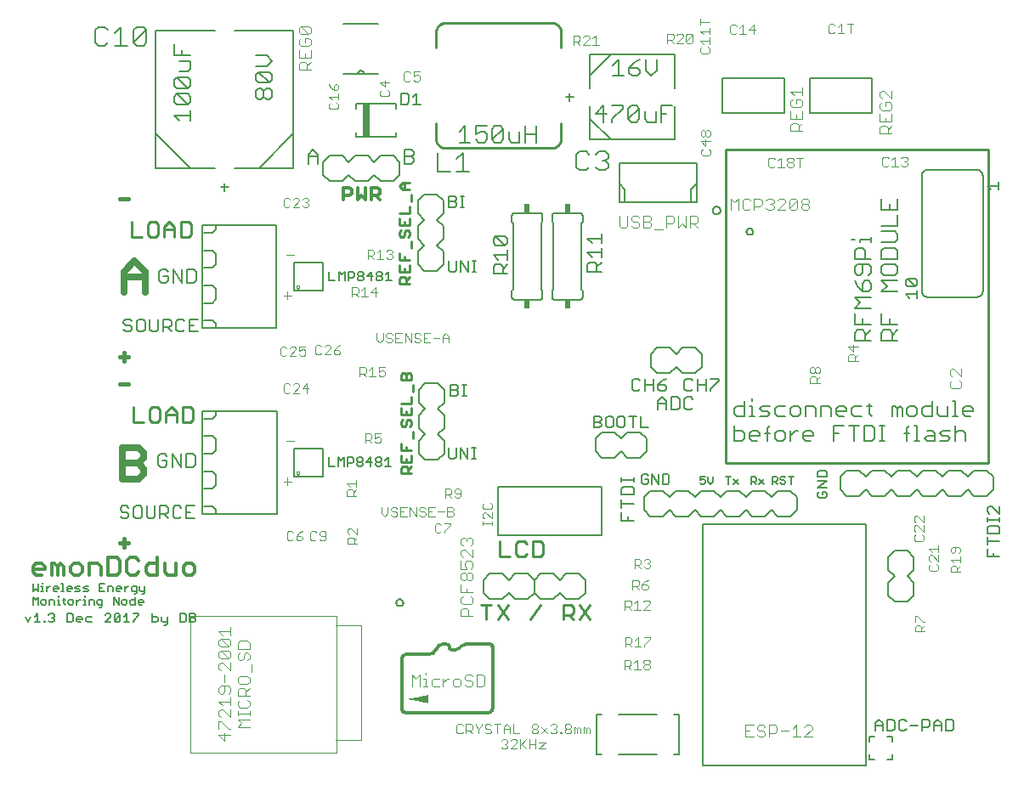
<source format=gto>
G75*
%MOIN*%
%OFA0B0*%
%FSLAX25Y25*%
%IPPOS*%
%LPD*%
%AMOC8*
5,1,8,0,0,1.08239X$1,22.5*
%
%ADD10C,0.00600*%
%ADD11C,0.01200*%
%ADD12C,0.00500*%
%ADD13C,0.00300*%
%ADD14C,0.02600*%
%ADD15C,0.00700*%
%ADD16R,0.00200X0.25000*%
%ADD17R,0.00200X0.26000*%
%ADD18R,0.00200X0.26600*%
%ADD19R,0.00200X0.27000*%
%ADD20R,0.00200X0.27400*%
%ADD21R,0.00200X0.27600*%
%ADD22R,0.00200X0.01800*%
%ADD23R,0.00200X0.01600*%
%ADD24R,0.00200X0.01400*%
%ADD25R,0.00200X0.01200*%
%ADD26R,0.00200X0.02000*%
%ADD27R,0.00200X0.02400*%
%ADD28R,0.00200X0.02600*%
%ADD29R,0.00200X0.02200*%
%ADD30R,0.00200X0.03200*%
%ADD31R,0.00200X0.03000*%
%ADD32R,0.00200X0.02800*%
%ADD33R,0.00200X0.01000*%
%ADD34R,0.00200X0.00800*%
%ADD35R,0.00200X0.00600*%
%ADD36R,0.00200X0.00400*%
%ADD37R,0.00200X0.00200*%
%ADD38R,0.00200X0.23600*%
%ADD39R,0.00200X0.23200*%
%ADD40R,0.00200X0.23000*%
%ADD41R,0.00200X0.22600*%
%ADD42R,0.00200X0.22000*%
%ADD43R,0.00200X0.21200*%
%ADD44C,0.00400*%
%ADD45C,0.00800*%
%ADD46C,0.01000*%
%ADD47C,0.00900*%
%ADD48C,0.01800*%
%ADD49C,0.01100*%
%ADD50R,0.02400X0.03400*%
%ADD51C,0.00394*%
%ADD52C,0.00100*%
%ADD53R,0.02500X0.12992*%
D10*
X0036282Y0114908D02*
X0037416Y0117176D01*
X0038830Y0117176D02*
X0039965Y0118311D01*
X0039965Y0114908D01*
X0041099Y0114908D02*
X0038830Y0114908D01*
X0036282Y0114908D02*
X0035147Y0117176D01*
X0042514Y0115475D02*
X0043081Y0115475D01*
X0043081Y0114908D01*
X0042514Y0114908D01*
X0042514Y0115475D01*
X0044355Y0115475D02*
X0044922Y0114908D01*
X0046057Y0114908D01*
X0046624Y0115475D01*
X0046624Y0116042D01*
X0046057Y0116609D01*
X0045489Y0116609D01*
X0046057Y0116609D02*
X0046624Y0117176D01*
X0046624Y0117744D01*
X0046057Y0118311D01*
X0044922Y0118311D01*
X0044355Y0117744D01*
X0051721Y0118311D02*
X0051721Y0114908D01*
X0053423Y0114908D01*
X0053990Y0115475D01*
X0053990Y0117744D01*
X0053423Y0118311D01*
X0051721Y0118311D01*
X0055405Y0116609D02*
X0055972Y0117176D01*
X0057106Y0117176D01*
X0057673Y0116609D01*
X0057673Y0116042D01*
X0055405Y0116042D01*
X0055405Y0115475D02*
X0055405Y0116609D01*
X0055405Y0115475D02*
X0055972Y0114908D01*
X0057106Y0114908D01*
X0059088Y0115475D02*
X0059655Y0114908D01*
X0061356Y0114908D01*
X0061356Y0117176D02*
X0059655Y0117176D01*
X0059088Y0116609D01*
X0059088Y0115475D01*
X0066454Y0114908D02*
X0068723Y0117176D01*
X0068723Y0117744D01*
X0068155Y0118311D01*
X0067021Y0118311D01*
X0066454Y0117744D01*
X0066454Y0114908D02*
X0068723Y0114908D01*
X0070137Y0115475D02*
X0072406Y0117744D01*
X0072406Y0115475D01*
X0071839Y0114908D01*
X0070704Y0114908D01*
X0070137Y0115475D01*
X0070137Y0117744D01*
X0070704Y0118311D01*
X0071839Y0118311D01*
X0072406Y0117744D01*
X0073820Y0117176D02*
X0074955Y0118311D01*
X0074955Y0114908D01*
X0076089Y0114908D02*
X0073820Y0114908D01*
X0077503Y0114908D02*
X0077503Y0115475D01*
X0079772Y0117744D01*
X0079772Y0118311D01*
X0077503Y0118311D01*
X0084870Y0118311D02*
X0084870Y0114908D01*
X0086571Y0114908D01*
X0087138Y0115475D01*
X0087138Y0116609D01*
X0086571Y0117176D01*
X0084870Y0117176D01*
X0088553Y0117176D02*
X0088553Y0115475D01*
X0089120Y0114908D01*
X0090821Y0114908D01*
X0090821Y0114341D02*
X0090254Y0113774D01*
X0089687Y0113774D01*
X0090821Y0114341D02*
X0090821Y0117176D01*
X0095919Y0118311D02*
X0095919Y0114908D01*
X0097621Y0114908D01*
X0098188Y0115475D01*
X0098188Y0117744D01*
X0097621Y0118311D01*
X0095919Y0118311D01*
X0099602Y0118311D02*
X0099602Y0114908D01*
X0101304Y0114908D01*
X0101871Y0115475D01*
X0101871Y0116042D01*
X0101304Y0116609D01*
X0099602Y0116609D01*
X0099602Y0118311D02*
X0101304Y0118311D01*
X0101871Y0117744D01*
X0101871Y0117176D01*
X0101304Y0116609D01*
X0201225Y0179644D02*
X0201959Y0178910D01*
X0203427Y0178910D01*
X0204161Y0179644D01*
X0204161Y0183314D01*
X0205829Y0183314D02*
X0208764Y0178910D01*
X0208764Y0183314D01*
X0210433Y0183314D02*
X0211900Y0183314D01*
X0211166Y0183314D02*
X0211166Y0178910D01*
X0210433Y0178910D02*
X0211900Y0178910D01*
X0205829Y0178910D02*
X0205829Y0183314D01*
X0201225Y0183314D02*
X0201225Y0179644D01*
X0202062Y0203766D02*
X0204264Y0203766D01*
X0204998Y0204500D01*
X0204998Y0205233D01*
X0204264Y0205967D01*
X0202062Y0205967D01*
X0202062Y0203766D02*
X0202062Y0208169D01*
X0204264Y0208169D01*
X0204998Y0207435D01*
X0204998Y0206701D01*
X0204264Y0205967D01*
X0206666Y0203766D02*
X0208134Y0203766D01*
X0207400Y0203766D02*
X0207400Y0208169D01*
X0206666Y0208169D02*
X0208134Y0208169D01*
X0227102Y0241538D02*
X0237102Y0241538D01*
X0237162Y0241540D01*
X0237223Y0241545D01*
X0237282Y0241554D01*
X0237341Y0241567D01*
X0237400Y0241583D01*
X0237457Y0241603D01*
X0237512Y0241626D01*
X0237567Y0241653D01*
X0237619Y0241682D01*
X0237670Y0241715D01*
X0237719Y0241751D01*
X0237765Y0241789D01*
X0237809Y0241831D01*
X0237851Y0241875D01*
X0237889Y0241921D01*
X0237925Y0241970D01*
X0237958Y0242021D01*
X0237987Y0242073D01*
X0238014Y0242128D01*
X0238037Y0242183D01*
X0238057Y0242240D01*
X0238073Y0242299D01*
X0238086Y0242358D01*
X0238095Y0242417D01*
X0238100Y0242478D01*
X0238102Y0242538D01*
X0238102Y0245038D01*
X0237602Y0245538D01*
X0237602Y0271538D01*
X0238102Y0272038D01*
X0238102Y0274538D01*
X0238100Y0274598D01*
X0238095Y0274659D01*
X0238086Y0274718D01*
X0238073Y0274777D01*
X0238057Y0274836D01*
X0238037Y0274893D01*
X0238014Y0274948D01*
X0237987Y0275003D01*
X0237958Y0275055D01*
X0237925Y0275106D01*
X0237889Y0275155D01*
X0237851Y0275201D01*
X0237809Y0275245D01*
X0237765Y0275287D01*
X0237719Y0275325D01*
X0237670Y0275361D01*
X0237619Y0275394D01*
X0237567Y0275423D01*
X0237512Y0275450D01*
X0237457Y0275473D01*
X0237400Y0275493D01*
X0237341Y0275509D01*
X0237282Y0275522D01*
X0237223Y0275531D01*
X0237162Y0275536D01*
X0237102Y0275538D01*
X0227102Y0275538D01*
X0227042Y0275536D01*
X0226981Y0275531D01*
X0226922Y0275522D01*
X0226863Y0275509D01*
X0226804Y0275493D01*
X0226747Y0275473D01*
X0226692Y0275450D01*
X0226637Y0275423D01*
X0226585Y0275394D01*
X0226534Y0275361D01*
X0226485Y0275325D01*
X0226439Y0275287D01*
X0226395Y0275245D01*
X0226353Y0275201D01*
X0226315Y0275155D01*
X0226279Y0275106D01*
X0226246Y0275055D01*
X0226217Y0275003D01*
X0226190Y0274948D01*
X0226167Y0274893D01*
X0226147Y0274836D01*
X0226131Y0274777D01*
X0226118Y0274718D01*
X0226109Y0274659D01*
X0226104Y0274598D01*
X0226102Y0274538D01*
X0226102Y0272038D01*
X0226602Y0271538D01*
X0226602Y0245538D01*
X0226102Y0245038D01*
X0226102Y0242538D01*
X0226104Y0242478D01*
X0226109Y0242417D01*
X0226118Y0242358D01*
X0226131Y0242299D01*
X0226147Y0242240D01*
X0226167Y0242183D01*
X0226190Y0242128D01*
X0226217Y0242073D01*
X0226246Y0242021D01*
X0226279Y0241970D01*
X0226315Y0241921D01*
X0226353Y0241875D01*
X0226395Y0241831D01*
X0226439Y0241789D01*
X0226485Y0241751D01*
X0226534Y0241715D01*
X0226585Y0241682D01*
X0226637Y0241653D01*
X0226692Y0241626D01*
X0226747Y0241603D01*
X0226804Y0241583D01*
X0226863Y0241567D01*
X0226922Y0241554D01*
X0226981Y0241545D01*
X0227042Y0241540D01*
X0227102Y0241538D01*
X0241827Y0242531D02*
X0241827Y0245031D01*
X0242327Y0245531D01*
X0242327Y0271531D01*
X0241827Y0272031D01*
X0241827Y0274531D01*
X0241829Y0274591D01*
X0241834Y0274652D01*
X0241843Y0274711D01*
X0241856Y0274770D01*
X0241872Y0274829D01*
X0241892Y0274886D01*
X0241915Y0274941D01*
X0241942Y0274996D01*
X0241971Y0275048D01*
X0242004Y0275099D01*
X0242040Y0275148D01*
X0242078Y0275194D01*
X0242120Y0275238D01*
X0242164Y0275280D01*
X0242210Y0275318D01*
X0242259Y0275354D01*
X0242310Y0275387D01*
X0242362Y0275416D01*
X0242417Y0275443D01*
X0242472Y0275466D01*
X0242529Y0275486D01*
X0242588Y0275502D01*
X0242647Y0275515D01*
X0242706Y0275524D01*
X0242767Y0275529D01*
X0242827Y0275531D01*
X0252827Y0275531D01*
X0252887Y0275529D01*
X0252948Y0275524D01*
X0253007Y0275515D01*
X0253066Y0275502D01*
X0253125Y0275486D01*
X0253182Y0275466D01*
X0253237Y0275443D01*
X0253292Y0275416D01*
X0253344Y0275387D01*
X0253395Y0275354D01*
X0253444Y0275318D01*
X0253490Y0275280D01*
X0253534Y0275238D01*
X0253576Y0275194D01*
X0253614Y0275148D01*
X0253650Y0275099D01*
X0253683Y0275048D01*
X0253712Y0274996D01*
X0253739Y0274941D01*
X0253762Y0274886D01*
X0253782Y0274829D01*
X0253798Y0274770D01*
X0253811Y0274711D01*
X0253820Y0274652D01*
X0253825Y0274591D01*
X0253827Y0274531D01*
X0253827Y0272031D01*
X0253327Y0271531D01*
X0253327Y0245531D01*
X0253827Y0245031D01*
X0253827Y0242531D01*
X0253825Y0242471D01*
X0253820Y0242410D01*
X0253811Y0242351D01*
X0253798Y0242292D01*
X0253782Y0242233D01*
X0253762Y0242176D01*
X0253739Y0242121D01*
X0253712Y0242066D01*
X0253683Y0242014D01*
X0253650Y0241963D01*
X0253614Y0241914D01*
X0253576Y0241868D01*
X0253534Y0241824D01*
X0253490Y0241782D01*
X0253444Y0241744D01*
X0253395Y0241708D01*
X0253344Y0241675D01*
X0253292Y0241646D01*
X0253237Y0241619D01*
X0253182Y0241596D01*
X0253125Y0241576D01*
X0253066Y0241560D01*
X0253007Y0241547D01*
X0252948Y0241538D01*
X0252887Y0241533D01*
X0252827Y0241531D01*
X0242827Y0241531D01*
X0242767Y0241533D01*
X0242706Y0241538D01*
X0242647Y0241547D01*
X0242588Y0241560D01*
X0242529Y0241576D01*
X0242472Y0241596D01*
X0242417Y0241619D01*
X0242362Y0241646D01*
X0242310Y0241675D01*
X0242259Y0241708D01*
X0242210Y0241744D01*
X0242164Y0241782D01*
X0242120Y0241824D01*
X0242078Y0241868D01*
X0242040Y0241914D01*
X0242004Y0241963D01*
X0241971Y0242014D01*
X0241942Y0242066D01*
X0241915Y0242121D01*
X0241892Y0242176D01*
X0241872Y0242233D01*
X0241856Y0242292D01*
X0241843Y0242351D01*
X0241834Y0242410D01*
X0241829Y0242471D01*
X0241827Y0242531D01*
X0212032Y0252361D02*
X0210564Y0252361D01*
X0211298Y0252361D02*
X0211298Y0256765D01*
X0210564Y0256765D02*
X0212032Y0256765D01*
X0208896Y0256765D02*
X0208896Y0252361D01*
X0205960Y0256765D01*
X0205960Y0252361D01*
X0204292Y0253095D02*
X0204292Y0256765D01*
X0201356Y0256765D02*
X0201356Y0253095D01*
X0202090Y0252361D01*
X0203558Y0252361D01*
X0204292Y0253095D01*
X0203570Y0277769D02*
X0201368Y0277769D01*
X0201368Y0282173D01*
X0203570Y0282173D01*
X0204304Y0281439D01*
X0204304Y0280705D01*
X0203570Y0279971D01*
X0201368Y0279971D01*
X0203570Y0279971D02*
X0204304Y0279237D01*
X0204304Y0278503D01*
X0203570Y0277769D01*
X0205972Y0277769D02*
X0207440Y0277769D01*
X0206706Y0277769D02*
X0206706Y0282173D01*
X0205972Y0282173D02*
X0207440Y0282173D01*
X0207604Y0303173D02*
X0207604Y0309579D01*
X0205469Y0307444D01*
X0205469Y0303173D02*
X0209739Y0303173D01*
X0211914Y0304241D02*
X0212982Y0303173D01*
X0215117Y0303173D01*
X0216185Y0304241D01*
X0216185Y0306376D01*
X0215117Y0307444D01*
X0214049Y0307444D01*
X0211914Y0306376D01*
X0211914Y0309579D01*
X0216185Y0309579D01*
X0218360Y0308511D02*
X0219427Y0309579D01*
X0221562Y0309579D01*
X0222630Y0308511D01*
X0218360Y0304241D01*
X0219427Y0303173D01*
X0221562Y0303173D01*
X0222630Y0304241D01*
X0222630Y0308511D01*
X0224805Y0307444D02*
X0224805Y0304241D01*
X0225873Y0303173D01*
X0229076Y0303173D01*
X0229076Y0307444D01*
X0231251Y0306376D02*
X0235521Y0306376D01*
X0235521Y0309579D02*
X0235521Y0303173D01*
X0231251Y0303173D02*
X0231251Y0309579D01*
X0218360Y0308511D02*
X0218360Y0304241D01*
X0247127Y0320931D02*
X0250127Y0320931D01*
X0248627Y0322431D02*
X0248627Y0319431D01*
X0256627Y0317431D02*
X0256627Y0312531D01*
X0264927Y0304231D01*
X0265295Y0311177D02*
X0265295Y0312244D01*
X0269566Y0316515D01*
X0269566Y0317582D01*
X0265295Y0317582D01*
X0262052Y0317582D02*
X0258850Y0314379D01*
X0263120Y0314379D01*
X0262052Y0311177D02*
X0262052Y0317582D01*
X0256627Y0312531D02*
X0256627Y0304231D01*
X0290027Y0304231D01*
X0290027Y0317431D01*
X0288902Y0317582D02*
X0284632Y0317582D01*
X0284632Y0311177D01*
X0282457Y0311177D02*
X0282457Y0315447D01*
X0284632Y0314379D02*
X0286767Y0314379D01*
X0282457Y0311177D02*
X0279254Y0311177D01*
X0278186Y0312244D01*
X0278186Y0315447D01*
X0276011Y0316515D02*
X0276011Y0312244D01*
X0274943Y0311177D01*
X0272808Y0311177D01*
X0271741Y0312244D01*
X0276011Y0316515D01*
X0274943Y0317582D01*
X0272808Y0317582D01*
X0271741Y0316515D01*
X0271741Y0312244D01*
X0256627Y0324431D02*
X0256627Y0337631D01*
X0290027Y0337631D01*
X0290027Y0324431D01*
X0282824Y0331394D02*
X0282824Y0335664D01*
X0278554Y0335664D02*
X0278554Y0331394D01*
X0280689Y0329258D01*
X0282824Y0331394D01*
X0276379Y0331394D02*
X0275311Y0332461D01*
X0272108Y0332461D01*
X0272108Y0330326D01*
X0273176Y0329258D01*
X0275311Y0329258D01*
X0276379Y0330326D01*
X0276379Y0331394D01*
X0274243Y0334596D02*
X0272108Y0332461D01*
X0274243Y0334596D02*
X0276379Y0335664D01*
X0269933Y0329258D02*
X0265663Y0329258D01*
X0267798Y0329258D02*
X0267798Y0335664D01*
X0265663Y0333529D01*
X0264927Y0337631D02*
X0256627Y0329331D01*
X0308486Y0328361D02*
X0308486Y0314739D01*
X0333084Y0314739D01*
X0333084Y0328361D01*
X0308486Y0328361D01*
X0342839Y0328338D02*
X0342839Y0314716D01*
X0367437Y0314716D01*
X0367437Y0328338D01*
X0342839Y0328338D01*
X0389327Y0292531D02*
X0408327Y0292531D01*
X0408425Y0292529D01*
X0408523Y0292523D01*
X0408621Y0292514D01*
X0408718Y0292500D01*
X0408815Y0292483D01*
X0408911Y0292462D01*
X0409006Y0292437D01*
X0409100Y0292409D01*
X0409192Y0292376D01*
X0409284Y0292341D01*
X0409374Y0292301D01*
X0409462Y0292259D01*
X0409549Y0292212D01*
X0409633Y0292163D01*
X0409716Y0292110D01*
X0409796Y0292054D01*
X0409875Y0291994D01*
X0409951Y0291932D01*
X0410024Y0291867D01*
X0410095Y0291799D01*
X0410163Y0291728D01*
X0410228Y0291655D01*
X0410290Y0291579D01*
X0410350Y0291500D01*
X0410406Y0291420D01*
X0410459Y0291337D01*
X0410508Y0291253D01*
X0410555Y0291166D01*
X0410597Y0291078D01*
X0410637Y0290988D01*
X0410672Y0290896D01*
X0410705Y0290804D01*
X0410733Y0290710D01*
X0410758Y0290615D01*
X0410779Y0290519D01*
X0410796Y0290422D01*
X0410810Y0290325D01*
X0410819Y0290227D01*
X0410825Y0290129D01*
X0410827Y0290031D01*
X0410827Y0245031D01*
X0410825Y0244933D01*
X0410819Y0244835D01*
X0410810Y0244737D01*
X0410796Y0244640D01*
X0410779Y0244543D01*
X0410758Y0244447D01*
X0410733Y0244352D01*
X0410705Y0244258D01*
X0410672Y0244166D01*
X0410637Y0244074D01*
X0410597Y0243984D01*
X0410555Y0243896D01*
X0410508Y0243809D01*
X0410459Y0243725D01*
X0410406Y0243642D01*
X0410350Y0243562D01*
X0410290Y0243483D01*
X0410228Y0243407D01*
X0410163Y0243334D01*
X0410095Y0243263D01*
X0410024Y0243195D01*
X0409951Y0243130D01*
X0409875Y0243068D01*
X0409796Y0243008D01*
X0409716Y0242952D01*
X0409633Y0242899D01*
X0409549Y0242850D01*
X0409462Y0242803D01*
X0409374Y0242761D01*
X0409284Y0242721D01*
X0409192Y0242686D01*
X0409100Y0242653D01*
X0409006Y0242625D01*
X0408911Y0242600D01*
X0408815Y0242579D01*
X0408718Y0242562D01*
X0408621Y0242548D01*
X0408523Y0242539D01*
X0408425Y0242533D01*
X0408327Y0242531D01*
X0389327Y0242531D01*
X0389229Y0242533D01*
X0389131Y0242539D01*
X0389033Y0242548D01*
X0388936Y0242562D01*
X0388839Y0242579D01*
X0388743Y0242600D01*
X0388648Y0242625D01*
X0388554Y0242653D01*
X0388462Y0242686D01*
X0388370Y0242721D01*
X0388280Y0242761D01*
X0388192Y0242803D01*
X0388105Y0242850D01*
X0388021Y0242899D01*
X0387938Y0242952D01*
X0387858Y0243008D01*
X0387779Y0243068D01*
X0387703Y0243130D01*
X0387630Y0243195D01*
X0387559Y0243263D01*
X0387491Y0243334D01*
X0387426Y0243407D01*
X0387364Y0243483D01*
X0387304Y0243562D01*
X0387248Y0243642D01*
X0387195Y0243725D01*
X0387146Y0243809D01*
X0387099Y0243896D01*
X0387057Y0243984D01*
X0387017Y0244074D01*
X0386982Y0244166D01*
X0386949Y0244258D01*
X0386921Y0244352D01*
X0386896Y0244447D01*
X0386875Y0244543D01*
X0386858Y0244640D01*
X0386844Y0244737D01*
X0386835Y0244835D01*
X0386829Y0244933D01*
X0386827Y0245031D01*
X0386827Y0290031D01*
X0386829Y0290129D01*
X0386835Y0290227D01*
X0386844Y0290325D01*
X0386858Y0290422D01*
X0386875Y0290519D01*
X0386896Y0290615D01*
X0386921Y0290710D01*
X0386949Y0290804D01*
X0386982Y0290896D01*
X0387017Y0290988D01*
X0387057Y0291078D01*
X0387099Y0291166D01*
X0387146Y0291253D01*
X0387195Y0291337D01*
X0387248Y0291420D01*
X0387304Y0291500D01*
X0387364Y0291579D01*
X0387426Y0291655D01*
X0387491Y0291728D01*
X0387559Y0291799D01*
X0387630Y0291867D01*
X0387703Y0291932D01*
X0387779Y0291994D01*
X0387858Y0292054D01*
X0387938Y0292110D01*
X0388021Y0292163D01*
X0388105Y0292212D01*
X0388192Y0292259D01*
X0388280Y0292301D01*
X0388370Y0292341D01*
X0388462Y0292376D01*
X0388554Y0292409D01*
X0388648Y0292437D01*
X0388743Y0292462D01*
X0388839Y0292483D01*
X0388936Y0292500D01*
X0389033Y0292514D01*
X0389131Y0292523D01*
X0389229Y0292529D01*
X0389327Y0292531D01*
X0377410Y0281159D02*
X0377410Y0276889D01*
X0371005Y0276889D01*
X0371005Y0281159D01*
X0374208Y0279024D02*
X0374208Y0276889D01*
X0377410Y0274714D02*
X0377410Y0270444D01*
X0371005Y0270444D01*
X0371005Y0268268D02*
X0376343Y0268268D01*
X0377410Y0267201D01*
X0377410Y0265066D01*
X0376343Y0263998D01*
X0371005Y0263998D01*
X0372072Y0261823D02*
X0371005Y0260755D01*
X0371005Y0257553D01*
X0377410Y0257553D01*
X0377410Y0260755D01*
X0376343Y0261823D01*
X0372072Y0261823D01*
X0366910Y0263998D02*
X0366910Y0266133D01*
X0366910Y0265066D02*
X0362640Y0265066D01*
X0362640Y0263998D01*
X0360505Y0265066D02*
X0359437Y0265066D01*
X0361572Y0261823D02*
X0363708Y0261823D01*
X0364775Y0260755D01*
X0364775Y0257553D01*
X0366910Y0257553D02*
X0360505Y0257553D01*
X0360505Y0260755D01*
X0361572Y0261823D01*
X0361572Y0255377D02*
X0360505Y0254310D01*
X0360505Y0252175D01*
X0361572Y0251107D01*
X0362640Y0251107D01*
X0363708Y0252175D01*
X0363708Y0255377D01*
X0365843Y0255377D02*
X0361572Y0255377D01*
X0365843Y0255377D02*
X0366910Y0254310D01*
X0366910Y0252175D01*
X0365843Y0251107D01*
X0365843Y0248932D02*
X0364775Y0248932D01*
X0363708Y0247864D01*
X0363708Y0244662D01*
X0365843Y0244662D01*
X0366910Y0245729D01*
X0366910Y0247864D01*
X0365843Y0248932D01*
X0361572Y0246797D02*
X0363708Y0244662D01*
X0361572Y0246797D02*
X0360505Y0248932D01*
X0371005Y0248932D02*
X0373140Y0246797D01*
X0371005Y0244662D01*
X0377410Y0244662D01*
X0377410Y0248932D02*
X0371005Y0248932D01*
X0372072Y0251107D02*
X0376343Y0251107D01*
X0377410Y0252175D01*
X0377410Y0254310D01*
X0376343Y0255377D01*
X0372072Y0255377D01*
X0371005Y0254310D01*
X0371005Y0252175D01*
X0372072Y0251107D01*
X0366910Y0242486D02*
X0360505Y0242486D01*
X0362640Y0240351D01*
X0360505Y0238216D01*
X0366910Y0238216D01*
X0371005Y0236041D02*
X0371005Y0231771D01*
X0377410Y0231771D01*
X0377410Y0229595D02*
X0375275Y0227460D01*
X0375275Y0228528D02*
X0375275Y0225325D01*
X0377410Y0225325D02*
X0371005Y0225325D01*
X0371005Y0228528D01*
X0372072Y0229595D01*
X0374208Y0229595D01*
X0375275Y0228528D01*
X0374208Y0231771D02*
X0374208Y0233906D01*
X0366910Y0231771D02*
X0360505Y0231771D01*
X0360505Y0236041D01*
X0363708Y0233906D02*
X0363708Y0231771D01*
X0363708Y0229595D02*
X0364775Y0228528D01*
X0364775Y0225325D01*
X0364775Y0227460D02*
X0366910Y0229595D01*
X0363708Y0229595D02*
X0361572Y0229595D01*
X0360505Y0228528D01*
X0360505Y0225325D01*
X0366910Y0225325D01*
X0367327Y0174531D02*
X0372327Y0174531D01*
X0374827Y0172031D01*
X0377327Y0174531D01*
X0382327Y0174531D01*
X0384827Y0172031D01*
X0387327Y0174531D01*
X0392327Y0174531D01*
X0394827Y0172031D01*
X0397327Y0174531D01*
X0402327Y0174531D01*
X0404827Y0172031D01*
X0407327Y0174531D01*
X0412327Y0174531D01*
X0414827Y0172031D01*
X0414827Y0167031D01*
X0412327Y0164531D01*
X0407327Y0164531D01*
X0404827Y0167031D01*
X0402327Y0164531D01*
X0397327Y0164531D01*
X0394827Y0167031D01*
X0392327Y0164531D01*
X0387327Y0164531D01*
X0384827Y0167031D01*
X0382327Y0164531D01*
X0377327Y0164531D01*
X0374827Y0167031D01*
X0372327Y0164531D01*
X0367327Y0164531D01*
X0364827Y0167031D01*
X0362327Y0164531D01*
X0357327Y0164531D01*
X0354827Y0167031D01*
X0354827Y0172031D01*
X0357327Y0174531D01*
X0362327Y0174531D01*
X0364827Y0172031D01*
X0367327Y0174531D01*
X0337827Y0164031D02*
X0337827Y0159031D01*
X0335327Y0156531D01*
X0330327Y0156531D01*
X0327827Y0159031D01*
X0325327Y0156531D01*
X0320327Y0156531D01*
X0317827Y0159031D01*
X0315327Y0156531D01*
X0310327Y0156531D01*
X0307827Y0159031D01*
X0305327Y0156531D01*
X0300327Y0156531D01*
X0297827Y0159031D01*
X0295327Y0156531D01*
X0290327Y0156531D01*
X0287827Y0159031D01*
X0285327Y0156531D01*
X0280327Y0156531D01*
X0277827Y0159031D01*
X0277827Y0164031D01*
X0280327Y0166531D01*
X0285327Y0166531D01*
X0287827Y0164031D01*
X0290327Y0166531D01*
X0295327Y0166531D01*
X0297827Y0164031D01*
X0300327Y0166531D01*
X0305327Y0166531D01*
X0307827Y0164031D01*
X0310327Y0166531D01*
X0315327Y0166531D01*
X0317827Y0164031D01*
X0320327Y0166531D01*
X0325327Y0166531D01*
X0327827Y0164031D01*
X0330327Y0166531D01*
X0335327Y0166531D01*
X0337827Y0164031D01*
X0273989Y0164919D02*
X0273989Y0167371D01*
X0273171Y0168189D01*
X0269902Y0168189D01*
X0269084Y0167371D01*
X0269084Y0164919D01*
X0273989Y0164919D01*
X0273989Y0161490D02*
X0269084Y0161490D01*
X0269084Y0163124D02*
X0269084Y0159855D01*
X0269084Y0158060D02*
X0269084Y0154791D01*
X0273989Y0154791D01*
X0271536Y0154791D02*
X0271536Y0156425D01*
X0269084Y0169984D02*
X0269084Y0171618D01*
X0269084Y0170801D02*
X0273989Y0170801D01*
X0273989Y0169984D02*
X0273989Y0171618D01*
X0366327Y0070031D02*
X0366327Y0068031D01*
X0366327Y0070031D02*
X0368327Y0070031D01*
X0373327Y0070031D02*
X0375327Y0070031D01*
X0375327Y0068031D01*
X0375327Y0063031D02*
X0375327Y0061031D01*
X0373327Y0061031D01*
X0368327Y0061031D02*
X0366327Y0061031D01*
X0366327Y0063031D01*
X0304827Y0276531D02*
X0304829Y0276608D01*
X0304835Y0276685D01*
X0304845Y0276762D01*
X0304859Y0276838D01*
X0304876Y0276913D01*
X0304898Y0276987D01*
X0304923Y0277060D01*
X0304953Y0277132D01*
X0304985Y0277202D01*
X0305022Y0277270D01*
X0305061Y0277336D01*
X0305104Y0277400D01*
X0305151Y0277462D01*
X0305200Y0277521D01*
X0305253Y0277578D01*
X0305308Y0277632D01*
X0305366Y0277683D01*
X0305427Y0277731D01*
X0305490Y0277776D01*
X0305555Y0277817D01*
X0305622Y0277855D01*
X0305691Y0277890D01*
X0305762Y0277920D01*
X0305834Y0277948D01*
X0305908Y0277971D01*
X0305982Y0277991D01*
X0306058Y0278007D01*
X0306134Y0278019D01*
X0306211Y0278027D01*
X0306288Y0278031D01*
X0306366Y0278031D01*
X0306443Y0278027D01*
X0306520Y0278019D01*
X0306596Y0278007D01*
X0306672Y0277991D01*
X0306746Y0277971D01*
X0306820Y0277948D01*
X0306892Y0277920D01*
X0306963Y0277890D01*
X0307032Y0277855D01*
X0307099Y0277817D01*
X0307164Y0277776D01*
X0307227Y0277731D01*
X0307288Y0277683D01*
X0307346Y0277632D01*
X0307401Y0277578D01*
X0307454Y0277521D01*
X0307503Y0277462D01*
X0307550Y0277400D01*
X0307593Y0277336D01*
X0307632Y0277270D01*
X0307669Y0277202D01*
X0307701Y0277132D01*
X0307731Y0277060D01*
X0307756Y0276987D01*
X0307778Y0276913D01*
X0307795Y0276838D01*
X0307809Y0276762D01*
X0307819Y0276685D01*
X0307825Y0276608D01*
X0307827Y0276531D01*
X0307825Y0276454D01*
X0307819Y0276377D01*
X0307809Y0276300D01*
X0307795Y0276224D01*
X0307778Y0276149D01*
X0307756Y0276075D01*
X0307731Y0276002D01*
X0307701Y0275930D01*
X0307669Y0275860D01*
X0307632Y0275792D01*
X0307593Y0275726D01*
X0307550Y0275662D01*
X0307503Y0275600D01*
X0307454Y0275541D01*
X0307401Y0275484D01*
X0307346Y0275430D01*
X0307288Y0275379D01*
X0307227Y0275331D01*
X0307164Y0275286D01*
X0307099Y0275245D01*
X0307032Y0275207D01*
X0306963Y0275172D01*
X0306892Y0275142D01*
X0306820Y0275114D01*
X0306746Y0275091D01*
X0306672Y0275071D01*
X0306596Y0275055D01*
X0306520Y0275043D01*
X0306443Y0275035D01*
X0306366Y0275031D01*
X0306288Y0275031D01*
X0306211Y0275035D01*
X0306134Y0275043D01*
X0306058Y0275055D01*
X0305982Y0275071D01*
X0305908Y0275091D01*
X0305834Y0275114D01*
X0305762Y0275142D01*
X0305691Y0275172D01*
X0305622Y0275207D01*
X0305555Y0275245D01*
X0305490Y0275286D01*
X0305427Y0275331D01*
X0305366Y0275379D01*
X0305308Y0275430D01*
X0305253Y0275484D01*
X0305200Y0275541D01*
X0305151Y0275600D01*
X0305104Y0275662D01*
X0305061Y0275726D01*
X0305022Y0275792D01*
X0304985Y0275860D01*
X0304953Y0275930D01*
X0304923Y0276002D01*
X0304898Y0276075D01*
X0304876Y0276149D01*
X0304859Y0276224D01*
X0304845Y0276300D01*
X0304835Y0276377D01*
X0304829Y0276454D01*
X0304827Y0276531D01*
X0180765Y0305247D02*
X0180765Y0307019D01*
X0180765Y0305247D02*
X0164820Y0305247D01*
X0164820Y0307019D01*
X0164820Y0316468D02*
X0164820Y0318240D01*
X0180765Y0318240D01*
X0180765Y0316468D01*
X0173733Y0330149D02*
X0168033Y0330149D01*
X0165633Y0330149D01*
X0159933Y0330149D01*
X0165633Y0330149D02*
X0165635Y0330218D01*
X0165641Y0330286D01*
X0165651Y0330354D01*
X0165664Y0330421D01*
X0165682Y0330487D01*
X0165703Y0330552D01*
X0165728Y0330616D01*
X0165756Y0330678D01*
X0165788Y0330739D01*
X0165823Y0330798D01*
X0165862Y0330854D01*
X0165904Y0330909D01*
X0165949Y0330960D01*
X0165997Y0331010D01*
X0166047Y0331056D01*
X0166100Y0331099D01*
X0166156Y0331140D01*
X0166213Y0331177D01*
X0166273Y0331210D01*
X0166335Y0331241D01*
X0166398Y0331267D01*
X0166462Y0331290D01*
X0166528Y0331310D01*
X0166595Y0331325D01*
X0166662Y0331337D01*
X0166730Y0331345D01*
X0166799Y0331349D01*
X0166867Y0331349D01*
X0166936Y0331345D01*
X0167004Y0331337D01*
X0167071Y0331325D01*
X0167138Y0331310D01*
X0167204Y0331290D01*
X0167268Y0331267D01*
X0167331Y0331241D01*
X0167393Y0331210D01*
X0167453Y0331177D01*
X0167510Y0331140D01*
X0167566Y0331099D01*
X0167619Y0331056D01*
X0167669Y0331010D01*
X0167717Y0330960D01*
X0167762Y0330909D01*
X0167804Y0330854D01*
X0167843Y0330798D01*
X0167878Y0330739D01*
X0167910Y0330678D01*
X0167938Y0330616D01*
X0167963Y0330552D01*
X0167984Y0330487D01*
X0168002Y0330421D01*
X0168015Y0330354D01*
X0168025Y0330286D01*
X0168031Y0330218D01*
X0168033Y0330149D01*
X0140426Y0347096D02*
X0117126Y0347096D01*
X0109726Y0347096D02*
X0086426Y0347096D01*
X0086426Y0293096D01*
X0109726Y0293096D01*
X0117126Y0293096D02*
X0126926Y0293096D01*
X0140426Y0306596D01*
X0140426Y0293096D02*
X0126926Y0293096D01*
X0140426Y0293096D02*
X0140426Y0347096D01*
X0129801Y0337309D02*
X0125530Y0337309D01*
X0125530Y0333038D02*
X0129801Y0333038D01*
X0131936Y0335174D01*
X0129801Y0337309D01*
X0130868Y0330863D02*
X0126598Y0330863D01*
X0130868Y0326593D01*
X0131936Y0327661D01*
X0131936Y0329796D01*
X0130868Y0330863D01*
X0130868Y0326593D02*
X0126598Y0326593D01*
X0125530Y0327661D01*
X0125530Y0329796D01*
X0126598Y0330863D01*
X0126598Y0324418D02*
X0127665Y0324418D01*
X0128733Y0323350D01*
X0128733Y0321215D01*
X0127665Y0320147D01*
X0126598Y0320147D01*
X0125530Y0321215D01*
X0125530Y0323350D01*
X0126598Y0324418D01*
X0128733Y0323350D02*
X0129801Y0324418D01*
X0130868Y0324418D01*
X0131936Y0323350D01*
X0131936Y0321215D01*
X0130868Y0320147D01*
X0129801Y0320147D01*
X0128733Y0321215D01*
X0099894Y0321226D02*
X0099894Y0319091D01*
X0098826Y0318023D01*
X0094556Y0322293D01*
X0098826Y0322293D01*
X0099894Y0321226D01*
X0098826Y0318023D02*
X0094556Y0318023D01*
X0093489Y0319091D01*
X0093489Y0321226D01*
X0094556Y0322293D01*
X0094556Y0324469D02*
X0093489Y0325536D01*
X0093489Y0327671D01*
X0094556Y0328739D01*
X0098826Y0324469D01*
X0099894Y0325536D01*
X0099894Y0327671D01*
X0098826Y0328739D01*
X0094556Y0328739D01*
X0095624Y0330914D02*
X0098826Y0330914D01*
X0099894Y0331982D01*
X0099894Y0335184D01*
X0095624Y0335184D01*
X0096691Y0337360D02*
X0096691Y0339495D01*
X0093489Y0337360D02*
X0093489Y0341630D01*
X0093489Y0337360D02*
X0099894Y0337360D01*
X0098826Y0324469D02*
X0094556Y0324469D01*
X0099894Y0315848D02*
X0099894Y0311578D01*
X0099894Y0313713D02*
X0093489Y0313713D01*
X0095624Y0311578D01*
X0086426Y0306596D02*
X0099926Y0293096D01*
X0111926Y0285596D02*
X0114926Y0285596D01*
X0113426Y0287096D02*
X0113426Y0284096D01*
X0159933Y0349749D02*
X0173733Y0349749D01*
D11*
X0173391Y0285460D02*
X0174192Y0284659D01*
X0174192Y0283058D01*
X0173391Y0282257D01*
X0170989Y0282257D01*
X0170989Y0280656D02*
X0170989Y0285460D01*
X0173391Y0285460D01*
X0172591Y0282257D02*
X0174192Y0280656D01*
X0168667Y0280656D02*
X0168667Y0285460D01*
X0165465Y0285460D02*
X0165465Y0280656D01*
X0167066Y0282257D01*
X0168667Y0280656D01*
X0163143Y0283058D02*
X0162342Y0282257D01*
X0159940Y0282257D01*
X0159940Y0280656D02*
X0159940Y0285460D01*
X0162342Y0285460D01*
X0163143Y0284659D01*
X0163143Y0283058D01*
X0087000Y0140291D02*
X0087000Y0133485D01*
X0083597Y0133485D01*
X0082462Y0134620D01*
X0082462Y0136888D01*
X0083597Y0138023D01*
X0087000Y0138023D01*
X0089829Y0138023D02*
X0089829Y0134620D01*
X0090963Y0133485D01*
X0094366Y0133485D01*
X0094366Y0138023D01*
X0097195Y0136888D02*
X0097195Y0134620D01*
X0098329Y0133485D01*
X0100598Y0133485D01*
X0101732Y0134620D01*
X0101732Y0136888D01*
X0100598Y0138023D01*
X0098329Y0138023D01*
X0097195Y0136888D01*
X0079633Y0134620D02*
X0078499Y0133485D01*
X0076230Y0133485D01*
X0075096Y0134620D01*
X0075096Y0139157D01*
X0076230Y0140291D01*
X0078499Y0140291D01*
X0079633Y0139157D01*
X0072267Y0139157D02*
X0072267Y0134620D01*
X0071133Y0133485D01*
X0067730Y0133485D01*
X0067730Y0140291D01*
X0071133Y0140291D01*
X0072267Y0139157D01*
X0064901Y0136888D02*
X0064901Y0133485D01*
X0064901Y0136888D02*
X0063766Y0138023D01*
X0060363Y0138023D01*
X0060363Y0133485D01*
X0057534Y0134620D02*
X0057534Y0136888D01*
X0056400Y0138023D01*
X0054131Y0138023D01*
X0052997Y0136888D01*
X0052997Y0134620D01*
X0054131Y0133485D01*
X0056400Y0133485D01*
X0057534Y0134620D01*
X0050168Y0133485D02*
X0050168Y0136888D01*
X0049034Y0138023D01*
X0047899Y0136888D01*
X0047899Y0133485D01*
X0045631Y0133485D02*
X0045631Y0138023D01*
X0046765Y0138023D01*
X0047899Y0136888D01*
X0042802Y0136888D02*
X0042802Y0135754D01*
X0038265Y0135754D01*
X0038265Y0134620D02*
X0038265Y0136888D01*
X0039399Y0138023D01*
X0041668Y0138023D01*
X0042802Y0136888D01*
X0041668Y0133485D02*
X0039399Y0133485D01*
X0038265Y0134620D01*
D12*
X0038125Y0130016D02*
X0038125Y0127013D01*
X0039126Y0128014D01*
X0040127Y0127013D01*
X0040127Y0130016D01*
X0041348Y0129015D02*
X0041848Y0129015D01*
X0041848Y0127013D01*
X0041348Y0127013D02*
X0042349Y0127013D01*
X0043496Y0127013D02*
X0043496Y0129015D01*
X0043496Y0128014D02*
X0044497Y0129015D01*
X0044998Y0129015D01*
X0046182Y0128514D02*
X0046682Y0129015D01*
X0047683Y0129015D01*
X0048184Y0128514D01*
X0048184Y0128014D01*
X0046182Y0128014D01*
X0046182Y0127514D02*
X0046182Y0128514D01*
X0046182Y0127514D02*
X0046682Y0127013D01*
X0047683Y0127013D01*
X0049405Y0127013D02*
X0050406Y0127013D01*
X0049905Y0127013D02*
X0049905Y0130016D01*
X0049405Y0130016D01*
X0051553Y0128514D02*
X0051553Y0127514D01*
X0052054Y0127013D01*
X0053055Y0127013D01*
X0053555Y0128014D02*
X0051553Y0128014D01*
X0051553Y0128514D02*
X0052054Y0129015D01*
X0053055Y0129015D01*
X0053555Y0128514D01*
X0053555Y0128014D01*
X0054776Y0128514D02*
X0055276Y0128014D01*
X0056277Y0128014D01*
X0056778Y0127514D01*
X0056277Y0127013D01*
X0054776Y0127013D01*
X0054776Y0128514D02*
X0055276Y0129015D01*
X0056778Y0129015D01*
X0057999Y0128514D02*
X0058499Y0129015D01*
X0060001Y0129015D01*
X0059500Y0128014D02*
X0058499Y0128014D01*
X0057999Y0128514D01*
X0057999Y0127013D02*
X0059500Y0127013D01*
X0060001Y0127514D01*
X0059500Y0128014D01*
X0058499Y0125266D02*
X0058499Y0124766D01*
X0058499Y0123765D02*
X0058499Y0121763D01*
X0057999Y0121763D02*
X0059000Y0121763D01*
X0060147Y0121763D02*
X0060147Y0123765D01*
X0061649Y0123765D01*
X0062149Y0123264D01*
X0062149Y0121763D01*
X0063370Y0122264D02*
X0063870Y0121763D01*
X0065372Y0121763D01*
X0065372Y0121263D02*
X0065372Y0123765D01*
X0063870Y0123765D01*
X0063370Y0123264D01*
X0063370Y0122264D01*
X0064371Y0120762D02*
X0064871Y0120762D01*
X0065372Y0121263D01*
X0069816Y0121763D02*
X0069816Y0124766D01*
X0071817Y0121763D01*
X0071817Y0124766D01*
X0073038Y0123264D02*
X0073038Y0122264D01*
X0073539Y0121763D01*
X0074540Y0121763D01*
X0075040Y0122264D01*
X0075040Y0123264D01*
X0074540Y0123765D01*
X0073539Y0123765D01*
X0073038Y0123264D01*
X0076261Y0123264D02*
X0076761Y0123765D01*
X0078263Y0123765D01*
X0078263Y0124766D02*
X0078263Y0121763D01*
X0076761Y0121763D01*
X0076261Y0122264D01*
X0076261Y0123264D01*
X0077799Y0126012D02*
X0078299Y0126012D01*
X0078800Y0126513D01*
X0078800Y0129015D01*
X0077299Y0129015D01*
X0076798Y0128514D01*
X0076798Y0127514D01*
X0077299Y0127013D01*
X0078800Y0127013D01*
X0080021Y0127514D02*
X0080521Y0127013D01*
X0082023Y0127013D01*
X0082023Y0126513D02*
X0081522Y0126012D01*
X0081022Y0126012D01*
X0082023Y0126513D02*
X0082023Y0129015D01*
X0080021Y0129015D02*
X0080021Y0127514D01*
X0079984Y0123765D02*
X0080985Y0123765D01*
X0081485Y0123264D01*
X0081485Y0122764D01*
X0079484Y0122764D01*
X0079484Y0123264D02*
X0079984Y0123765D01*
X0079484Y0123264D02*
X0079484Y0122264D01*
X0079984Y0121763D01*
X0080985Y0121763D01*
X0074113Y0127013D02*
X0074113Y0129015D01*
X0075113Y0129015D02*
X0075614Y0129015D01*
X0075113Y0129015D02*
X0074113Y0128014D01*
X0072891Y0128014D02*
X0070890Y0128014D01*
X0070890Y0127514D02*
X0070890Y0128514D01*
X0071390Y0129015D01*
X0072391Y0129015D01*
X0072891Y0128514D01*
X0072891Y0128014D01*
X0072391Y0127013D02*
X0071390Y0127013D01*
X0070890Y0127514D01*
X0069669Y0127013D02*
X0069669Y0128514D01*
X0069168Y0129015D01*
X0067667Y0129015D01*
X0067667Y0127013D01*
X0066446Y0127013D02*
X0064444Y0127013D01*
X0064444Y0130016D01*
X0066446Y0130016D01*
X0065445Y0128514D02*
X0064444Y0128514D01*
X0058499Y0123765D02*
X0057999Y0123765D01*
X0056814Y0123765D02*
X0056314Y0123765D01*
X0055313Y0122764D01*
X0055313Y0121763D02*
X0055313Y0123765D01*
X0054092Y0123264D02*
X0053592Y0123765D01*
X0052591Y0123765D01*
X0052090Y0123264D01*
X0052090Y0122264D01*
X0052591Y0121763D01*
X0053592Y0121763D01*
X0054092Y0122264D01*
X0054092Y0123264D01*
X0050943Y0123765D02*
X0049942Y0123765D01*
X0050442Y0124265D02*
X0050442Y0122264D01*
X0050943Y0121763D01*
X0048794Y0121763D02*
X0047793Y0121763D01*
X0048294Y0121763D02*
X0048294Y0123765D01*
X0047793Y0123765D01*
X0048294Y0124766D02*
X0048294Y0125266D01*
X0046572Y0123264D02*
X0046572Y0121763D01*
X0046572Y0123264D02*
X0046072Y0123765D01*
X0044571Y0123765D01*
X0044571Y0121763D01*
X0043350Y0122264D02*
X0043350Y0123264D01*
X0042849Y0123765D01*
X0041848Y0123765D01*
X0041348Y0123264D01*
X0041348Y0122264D01*
X0041848Y0121763D01*
X0042849Y0121763D01*
X0043350Y0122264D01*
X0040127Y0121763D02*
X0040127Y0124766D01*
X0039126Y0123765D01*
X0038125Y0124766D01*
X0038125Y0121763D01*
X0041848Y0130016D02*
X0041848Y0130516D01*
X0154256Y0176068D02*
X0156591Y0176068D01*
X0157939Y0176068D02*
X0157939Y0179571D01*
X0159107Y0178403D01*
X0160274Y0179571D01*
X0160274Y0176068D01*
X0161622Y0176068D02*
X0161622Y0179571D01*
X0163374Y0179571D01*
X0163958Y0178987D01*
X0163958Y0177820D01*
X0163374Y0177236D01*
X0161622Y0177236D01*
X0165305Y0177236D02*
X0165889Y0177820D01*
X0167057Y0177820D01*
X0167641Y0177236D01*
X0167641Y0176652D01*
X0167057Y0176068D01*
X0165889Y0176068D01*
X0165305Y0176652D01*
X0165305Y0177236D01*
X0165889Y0177820D02*
X0165305Y0178403D01*
X0165305Y0178987D01*
X0165889Y0179571D01*
X0167057Y0179571D01*
X0167641Y0178987D01*
X0167641Y0178403D01*
X0167057Y0177820D01*
X0168989Y0177820D02*
X0171324Y0177820D01*
X0172672Y0178403D02*
X0172672Y0178987D01*
X0173256Y0179571D01*
X0174423Y0179571D01*
X0175007Y0178987D01*
X0175007Y0178403D01*
X0174423Y0177820D01*
X0173256Y0177820D01*
X0172672Y0178403D01*
X0173256Y0177820D02*
X0172672Y0177236D01*
X0172672Y0176652D01*
X0173256Y0176068D01*
X0174423Y0176068D01*
X0175007Y0176652D01*
X0175007Y0177236D01*
X0174423Y0177820D01*
X0176355Y0178403D02*
X0177523Y0179571D01*
X0177523Y0176068D01*
X0178690Y0176068D02*
X0176355Y0176068D01*
X0170740Y0176068D02*
X0170740Y0179571D01*
X0168989Y0177820D01*
X0154256Y0179571D02*
X0154256Y0176068D01*
X0180739Y0122610D02*
X0180741Y0122683D01*
X0180747Y0122757D01*
X0180757Y0122829D01*
X0180771Y0122901D01*
X0180788Y0122973D01*
X0180810Y0123043D01*
X0180835Y0123112D01*
X0180864Y0123179D01*
X0180897Y0123245D01*
X0180933Y0123309D01*
X0180972Y0123370D01*
X0181015Y0123430D01*
X0181061Y0123487D01*
X0181110Y0123542D01*
X0181162Y0123594D01*
X0181217Y0123643D01*
X0181274Y0123689D01*
X0181334Y0123732D01*
X0181395Y0123771D01*
X0181459Y0123807D01*
X0181525Y0123840D01*
X0181592Y0123869D01*
X0181661Y0123894D01*
X0181731Y0123916D01*
X0181803Y0123933D01*
X0181875Y0123947D01*
X0181947Y0123957D01*
X0182021Y0123963D01*
X0182094Y0123965D01*
X0182167Y0123963D01*
X0182241Y0123957D01*
X0182313Y0123947D01*
X0182385Y0123933D01*
X0182457Y0123916D01*
X0182527Y0123894D01*
X0182596Y0123869D01*
X0182663Y0123840D01*
X0182729Y0123807D01*
X0182793Y0123771D01*
X0182854Y0123732D01*
X0182914Y0123689D01*
X0182971Y0123643D01*
X0183026Y0123594D01*
X0183078Y0123542D01*
X0183127Y0123487D01*
X0183173Y0123430D01*
X0183216Y0123370D01*
X0183255Y0123309D01*
X0183291Y0123245D01*
X0183324Y0123179D01*
X0183353Y0123112D01*
X0183378Y0123043D01*
X0183400Y0122973D01*
X0183417Y0122901D01*
X0183431Y0122829D01*
X0183441Y0122757D01*
X0183447Y0122683D01*
X0183449Y0122610D01*
X0183447Y0122537D01*
X0183441Y0122463D01*
X0183431Y0122391D01*
X0183417Y0122319D01*
X0183400Y0122247D01*
X0183378Y0122177D01*
X0183353Y0122108D01*
X0183324Y0122041D01*
X0183291Y0121975D01*
X0183255Y0121911D01*
X0183216Y0121850D01*
X0183173Y0121790D01*
X0183127Y0121733D01*
X0183078Y0121678D01*
X0183026Y0121626D01*
X0182971Y0121577D01*
X0182914Y0121531D01*
X0182854Y0121488D01*
X0182793Y0121449D01*
X0182729Y0121413D01*
X0182663Y0121380D01*
X0182596Y0121351D01*
X0182527Y0121326D01*
X0182457Y0121304D01*
X0182385Y0121287D01*
X0182313Y0121273D01*
X0182241Y0121263D01*
X0182167Y0121257D01*
X0182094Y0121255D01*
X0182021Y0121257D01*
X0181947Y0121263D01*
X0181875Y0121273D01*
X0181803Y0121287D01*
X0181731Y0121304D01*
X0181661Y0121326D01*
X0181592Y0121351D01*
X0181525Y0121380D01*
X0181459Y0121413D01*
X0181395Y0121449D01*
X0181334Y0121488D01*
X0181274Y0121531D01*
X0181217Y0121577D01*
X0181162Y0121626D01*
X0181110Y0121678D01*
X0181061Y0121733D01*
X0181015Y0121790D01*
X0180972Y0121850D01*
X0180933Y0121911D01*
X0180897Y0121975D01*
X0180864Y0122041D01*
X0180835Y0122108D01*
X0180810Y0122177D01*
X0180788Y0122247D01*
X0180771Y0122319D01*
X0180757Y0122391D01*
X0180747Y0122463D01*
X0180741Y0122537D01*
X0180739Y0122610D01*
X0258186Y0191242D02*
X0260438Y0191242D01*
X0261188Y0191992D01*
X0261188Y0192743D01*
X0260438Y0193494D01*
X0258186Y0193494D01*
X0258186Y0195746D02*
X0260438Y0195746D01*
X0261188Y0194995D01*
X0261188Y0194244D01*
X0260438Y0193494D01*
X0262790Y0194995D02*
X0262790Y0191992D01*
X0263540Y0191242D01*
X0265042Y0191242D01*
X0265792Y0191992D01*
X0265792Y0194995D01*
X0265042Y0195746D01*
X0263540Y0195746D01*
X0262790Y0194995D01*
X0267394Y0194995D02*
X0267394Y0191992D01*
X0268144Y0191242D01*
X0269646Y0191242D01*
X0270396Y0191992D01*
X0270396Y0194995D01*
X0269646Y0195746D01*
X0268144Y0195746D01*
X0267394Y0194995D01*
X0271998Y0195746D02*
X0275000Y0195746D01*
X0273499Y0195746D02*
X0273499Y0191242D01*
X0276602Y0191242D02*
X0276602Y0195746D01*
X0276602Y0191242D02*
X0279604Y0191242D01*
X0258186Y0191242D02*
X0258186Y0195746D01*
X0299803Y0172104D02*
X0299803Y0170603D01*
X0300804Y0171103D01*
X0301304Y0171103D01*
X0301805Y0170603D01*
X0301805Y0169602D01*
X0301304Y0169102D01*
X0300303Y0169102D01*
X0299803Y0169602D01*
X0299803Y0172104D02*
X0301805Y0172104D01*
X0303026Y0172104D02*
X0303026Y0170102D01*
X0304026Y0169102D01*
X0305027Y0170102D01*
X0305027Y0172104D01*
X0309811Y0172065D02*
X0311813Y0172065D01*
X0310812Y0172065D02*
X0310812Y0169062D01*
X0313034Y0169062D02*
X0315035Y0171064D01*
X0313034Y0171064D02*
X0315035Y0169062D01*
X0319816Y0169028D02*
X0319816Y0172030D01*
X0321317Y0172030D01*
X0321817Y0171530D01*
X0321817Y0170529D01*
X0321317Y0170029D01*
X0319816Y0170029D01*
X0320817Y0170029D02*
X0321817Y0169028D01*
X0323038Y0169028D02*
X0325040Y0171029D01*
X0325040Y0169028D02*
X0323038Y0171029D01*
X0328211Y0170074D02*
X0329712Y0170074D01*
X0330213Y0170574D01*
X0330213Y0171575D01*
X0329712Y0172076D01*
X0328211Y0172076D01*
X0328211Y0169073D01*
X0329212Y0170074D02*
X0330213Y0169073D01*
X0331434Y0169574D02*
X0331934Y0169073D01*
X0332935Y0169073D01*
X0333435Y0169574D01*
X0333435Y0170074D01*
X0332935Y0170574D01*
X0331934Y0170574D01*
X0331434Y0171075D01*
X0331434Y0171575D01*
X0331934Y0172076D01*
X0332935Y0172076D01*
X0333435Y0171575D01*
X0334656Y0172076D02*
X0336658Y0172076D01*
X0335657Y0172076D02*
X0335657Y0169073D01*
X0335220Y0185934D02*
X0335220Y0189937D01*
X0335220Y0187935D02*
X0337222Y0189937D01*
X0338223Y0189937D01*
X0340208Y0188936D02*
X0340208Y0186935D01*
X0341209Y0185934D01*
X0343210Y0185934D01*
X0344211Y0187935D02*
X0340208Y0187935D01*
X0340208Y0188936D02*
X0341209Y0189937D01*
X0343210Y0189937D01*
X0344211Y0188936D01*
X0344211Y0187935D01*
X0352178Y0188936D02*
X0354180Y0188936D01*
X0352178Y0185934D02*
X0352178Y0191939D01*
X0356181Y0191939D01*
X0358163Y0191939D02*
X0362167Y0191939D01*
X0364148Y0191939D02*
X0367151Y0191939D01*
X0368152Y0190938D01*
X0368152Y0186935D01*
X0367151Y0185934D01*
X0364148Y0185934D01*
X0364148Y0191939D01*
X0363164Y0195684D02*
X0360162Y0195684D01*
X0359161Y0196685D01*
X0359161Y0198686D01*
X0360162Y0199687D01*
X0363164Y0199687D01*
X0365146Y0199687D02*
X0367148Y0199687D01*
X0366147Y0200688D02*
X0366147Y0196685D01*
X0367148Y0195684D01*
X0370133Y0191939D02*
X0372135Y0191939D01*
X0371134Y0191939D02*
X0371134Y0185934D01*
X0370133Y0185934D02*
X0372135Y0185934D01*
X0380109Y0188936D02*
X0382110Y0188936D01*
X0381109Y0190938D02*
X0382110Y0191939D01*
X0381109Y0190938D02*
X0381109Y0185934D01*
X0384099Y0185934D02*
X0386100Y0185934D01*
X0385099Y0185934D02*
X0385099Y0191939D01*
X0384099Y0191939D01*
X0384109Y0195684D02*
X0385110Y0196685D01*
X0385110Y0198686D01*
X0384109Y0199687D01*
X0382107Y0199687D01*
X0381106Y0198686D01*
X0381106Y0196685D01*
X0382107Y0195684D01*
X0384109Y0195684D01*
X0387091Y0196685D02*
X0388092Y0195684D01*
X0391095Y0195684D01*
X0391095Y0201689D01*
X0391095Y0199687D02*
X0388092Y0199687D01*
X0387091Y0198686D01*
X0387091Y0196685D01*
X0393076Y0196685D02*
X0394077Y0195684D01*
X0397080Y0195684D01*
X0397080Y0199687D01*
X0399061Y0201689D02*
X0400062Y0201689D01*
X0400062Y0195684D01*
X0399061Y0195684D02*
X0401063Y0195684D01*
X0403052Y0196685D02*
X0403052Y0198686D01*
X0404052Y0199687D01*
X0406054Y0199687D01*
X0407055Y0198686D01*
X0407055Y0197685D01*
X0403052Y0197685D01*
X0403052Y0196685D02*
X0404052Y0195684D01*
X0406054Y0195684D01*
X0403062Y0189937D02*
X0401060Y0189937D01*
X0400059Y0188936D01*
X0398077Y0189937D02*
X0395075Y0189937D01*
X0394074Y0188936D01*
X0395075Y0187935D01*
X0397076Y0187935D01*
X0398077Y0186935D01*
X0397076Y0185934D01*
X0394074Y0185934D01*
X0392092Y0185934D02*
X0389090Y0185934D01*
X0388089Y0186935D01*
X0389090Y0187935D01*
X0392092Y0187935D01*
X0392092Y0188936D02*
X0392092Y0185934D01*
X0392092Y0188936D02*
X0391091Y0189937D01*
X0389090Y0189937D01*
X0400059Y0191939D02*
X0400059Y0185934D01*
X0404062Y0185934D02*
X0404062Y0188936D01*
X0403062Y0189937D01*
X0393076Y0196685D02*
X0393076Y0199687D01*
X0379124Y0198686D02*
X0379124Y0195684D01*
X0377123Y0195684D02*
X0377123Y0198686D01*
X0378124Y0199687D01*
X0379124Y0198686D01*
X0377123Y0198686D02*
X0376122Y0199687D01*
X0375121Y0199687D01*
X0375121Y0195684D01*
X0360165Y0191939D02*
X0360165Y0185934D01*
X0356178Y0195684D02*
X0354176Y0195684D01*
X0353176Y0196685D01*
X0353176Y0198686D01*
X0354176Y0199687D01*
X0356178Y0199687D01*
X0357179Y0198686D01*
X0357179Y0197685D01*
X0353176Y0197685D01*
X0351194Y0198686D02*
X0351194Y0195684D01*
X0351194Y0198686D02*
X0350193Y0199687D01*
X0347190Y0199687D01*
X0347190Y0195684D01*
X0345209Y0195684D02*
X0345209Y0198686D01*
X0344208Y0199687D01*
X0341205Y0199687D01*
X0341205Y0195684D01*
X0339224Y0196685D02*
X0339224Y0198686D01*
X0338223Y0199687D01*
X0336221Y0199687D01*
X0335220Y0198686D01*
X0335220Y0196685D01*
X0336221Y0195684D01*
X0338223Y0195684D01*
X0339224Y0196685D01*
X0333239Y0195684D02*
X0330236Y0195684D01*
X0329235Y0196685D01*
X0329235Y0198686D01*
X0330236Y0199687D01*
X0333239Y0199687D01*
X0327253Y0199687D02*
X0324251Y0199687D01*
X0323250Y0198686D01*
X0324251Y0197685D01*
X0326253Y0197685D01*
X0327253Y0196685D01*
X0326253Y0195684D01*
X0323250Y0195684D01*
X0321262Y0195684D02*
X0319260Y0195684D01*
X0320261Y0195684D02*
X0320261Y0199687D01*
X0319260Y0199687D01*
X0317278Y0199687D02*
X0314276Y0199687D01*
X0313275Y0198686D01*
X0313275Y0196685D01*
X0314276Y0195684D01*
X0317278Y0195684D01*
X0317278Y0201689D01*
X0320261Y0201689D02*
X0320261Y0202690D01*
X0320261Y0189937D02*
X0322263Y0189937D01*
X0323263Y0188936D01*
X0323263Y0187935D01*
X0319260Y0187935D01*
X0319260Y0186935D02*
X0319260Y0188936D01*
X0320261Y0189937D01*
X0317278Y0188936D02*
X0317278Y0186935D01*
X0316277Y0185934D01*
X0313275Y0185934D01*
X0313275Y0191939D01*
X0313275Y0189937D02*
X0316277Y0189937D01*
X0317278Y0188936D01*
X0319260Y0186935D02*
X0320261Y0185934D01*
X0322263Y0185934D01*
X0326246Y0185934D02*
X0326246Y0190938D01*
X0327247Y0191939D01*
X0327247Y0188936D02*
X0325245Y0188936D01*
X0329235Y0188936D02*
X0329235Y0186935D01*
X0330236Y0185934D01*
X0332238Y0185934D01*
X0333239Y0186935D01*
X0333239Y0188936D01*
X0332238Y0189937D01*
X0330236Y0189937D01*
X0329235Y0188936D01*
X0301047Y0153531D02*
X0301047Y0058649D01*
X0364827Y0058649D01*
X0364827Y0153531D01*
X0301047Y0153531D01*
X0412695Y0154438D02*
X0412695Y0155939D01*
X0412695Y0155189D02*
X0417199Y0155189D01*
X0417199Y0155939D02*
X0417199Y0154438D01*
X0416448Y0152837D02*
X0417199Y0152086D01*
X0417199Y0149834D01*
X0412695Y0149834D01*
X0412695Y0152086D01*
X0413446Y0152837D01*
X0416448Y0152837D01*
X0417199Y0157507D02*
X0414196Y0160510D01*
X0413446Y0160510D01*
X0412695Y0159759D01*
X0412695Y0158258D01*
X0413446Y0157507D01*
X0417199Y0157507D02*
X0417199Y0160510D01*
X0412695Y0148233D02*
X0412695Y0145230D01*
X0412695Y0146732D02*
X0417199Y0146732D01*
X0414947Y0142128D02*
X0414947Y0140626D01*
X0412695Y0140626D02*
X0412695Y0143629D01*
X0412695Y0140626D02*
X0417199Y0140626D01*
X0398452Y0076785D02*
X0396200Y0076785D01*
X0396200Y0072281D01*
X0398452Y0072281D01*
X0399203Y0073032D01*
X0399203Y0076035D01*
X0398452Y0076785D01*
X0394599Y0075284D02*
X0394599Y0072281D01*
X0394599Y0074533D02*
X0391596Y0074533D01*
X0391596Y0075284D02*
X0393098Y0076785D01*
X0394599Y0075284D01*
X0391596Y0075284D02*
X0391596Y0072281D01*
X0389995Y0074533D02*
X0389244Y0073783D01*
X0386992Y0073783D01*
X0386992Y0072281D02*
X0386992Y0076785D01*
X0389244Y0076785D01*
X0389995Y0076035D01*
X0389995Y0074533D01*
X0385391Y0074533D02*
X0382389Y0074533D01*
X0380787Y0073032D02*
X0380037Y0072281D01*
X0378535Y0072281D01*
X0377785Y0073032D01*
X0377785Y0076035D01*
X0378535Y0076785D01*
X0380037Y0076785D01*
X0380787Y0076035D01*
X0376183Y0076035D02*
X0375433Y0076785D01*
X0373181Y0076785D01*
X0373181Y0072281D01*
X0375433Y0072281D01*
X0376183Y0073032D01*
X0376183Y0076035D01*
X0371579Y0075284D02*
X0370078Y0076785D01*
X0368577Y0075284D01*
X0368577Y0072281D01*
X0368577Y0074533D02*
X0371579Y0074533D01*
X0371579Y0075284D02*
X0371579Y0072281D01*
X0382074Y0242073D02*
X0380573Y0243575D01*
X0385077Y0243575D01*
X0385077Y0245076D02*
X0385077Y0242073D01*
X0384326Y0246677D02*
X0381324Y0246677D01*
X0380573Y0247428D01*
X0380573Y0248929D01*
X0381324Y0249680D01*
X0384326Y0246677D01*
X0385077Y0247428D01*
X0385077Y0248929D01*
X0384326Y0249680D01*
X0381324Y0249680D01*
X0414074Y0284677D02*
X0412573Y0286179D01*
X0417077Y0286179D01*
X0417077Y0287680D02*
X0417077Y0284677D01*
X0298575Y0287053D02*
X0298575Y0279572D01*
X0270426Y0279572D01*
X0270426Y0284887D01*
X0268260Y0287053D01*
X0268260Y0279572D01*
X0270426Y0279572D01*
X0268260Y0287053D02*
X0268260Y0294927D01*
X0298575Y0294927D01*
X0298575Y0287053D01*
X0296410Y0284887D01*
X0296410Y0279572D01*
X0261236Y0267256D02*
X0261236Y0263586D01*
X0261236Y0265421D02*
X0255731Y0265421D01*
X0257566Y0263586D01*
X0261236Y0261731D02*
X0261236Y0258061D01*
X0261236Y0259896D02*
X0255731Y0259896D01*
X0257566Y0258061D01*
X0258483Y0256206D02*
X0259401Y0255289D01*
X0259401Y0252537D01*
X0259401Y0254372D02*
X0261236Y0256206D01*
X0258483Y0256206D02*
X0256648Y0256206D01*
X0255731Y0255289D01*
X0255731Y0252537D01*
X0261236Y0252537D01*
X0224302Y0251700D02*
X0218797Y0251700D01*
X0218797Y0254453D01*
X0219714Y0255370D01*
X0221549Y0255370D01*
X0222467Y0254453D01*
X0222467Y0251700D01*
X0222467Y0253535D02*
X0224302Y0255370D01*
X0224302Y0257225D02*
X0224302Y0260895D01*
X0224302Y0259060D02*
X0218797Y0259060D01*
X0220632Y0257225D01*
X0219714Y0262750D02*
X0218797Y0263667D01*
X0218797Y0265502D01*
X0219714Y0266420D01*
X0223384Y0262750D01*
X0224302Y0263667D01*
X0224302Y0265502D01*
X0223384Y0266420D01*
X0219714Y0266420D01*
X0219714Y0262750D02*
X0223384Y0262750D01*
X0178867Y0248969D02*
X0176532Y0248969D01*
X0177699Y0248969D02*
X0177699Y0252472D01*
X0176532Y0251304D01*
X0175184Y0251304D02*
X0174600Y0250720D01*
X0173432Y0250720D01*
X0172849Y0251304D01*
X0172849Y0251888D01*
X0173432Y0252472D01*
X0174600Y0252472D01*
X0175184Y0251888D01*
X0175184Y0251304D01*
X0174600Y0250720D02*
X0175184Y0250136D01*
X0175184Y0249553D01*
X0174600Y0248969D01*
X0173432Y0248969D01*
X0172849Y0249553D01*
X0172849Y0250136D01*
X0173432Y0250720D01*
X0171501Y0250720D02*
X0169165Y0250720D01*
X0170917Y0252472D01*
X0170917Y0248969D01*
X0167818Y0249553D02*
X0167234Y0248969D01*
X0166066Y0248969D01*
X0165482Y0249553D01*
X0165482Y0250136D01*
X0166066Y0250720D01*
X0167234Y0250720D01*
X0167818Y0250136D01*
X0167818Y0249553D01*
X0167234Y0250720D02*
X0167818Y0251304D01*
X0167818Y0251888D01*
X0167234Y0252472D01*
X0166066Y0252472D01*
X0165482Y0251888D01*
X0165482Y0251304D01*
X0166066Y0250720D01*
X0164134Y0250720D02*
X0163551Y0250136D01*
X0161799Y0250136D01*
X0161799Y0248969D02*
X0161799Y0252472D01*
X0163551Y0252472D01*
X0164134Y0251888D01*
X0164134Y0250720D01*
X0160451Y0252472D02*
X0160451Y0248969D01*
X0158116Y0248969D02*
X0158116Y0252472D01*
X0159284Y0251304D01*
X0160451Y0252472D01*
X0156768Y0248969D02*
X0154433Y0248969D01*
X0154433Y0252472D01*
X0149869Y0294854D02*
X0149869Y0298524D01*
X0148034Y0300359D01*
X0146199Y0298524D01*
X0146199Y0294854D01*
X0146199Y0297607D02*
X0149869Y0297607D01*
X0183943Y0297595D02*
X0186696Y0297595D01*
X0187613Y0296677D01*
X0187613Y0295760D01*
X0186696Y0294842D01*
X0183943Y0294842D01*
X0183943Y0300347D01*
X0186696Y0300347D01*
X0187613Y0299430D01*
X0187613Y0298512D01*
X0186696Y0297595D01*
D13*
X0158050Y0316881D02*
X0158050Y0318115D01*
X0157433Y0318733D01*
X0158050Y0319947D02*
X0158050Y0322416D01*
X0158050Y0321181D02*
X0154347Y0321181D01*
X0155581Y0319947D01*
X0154964Y0318733D02*
X0154347Y0318115D01*
X0154347Y0316881D01*
X0154964Y0316264D01*
X0157433Y0316264D01*
X0158050Y0316881D01*
X0157433Y0323630D02*
X0158050Y0324247D01*
X0158050Y0325482D01*
X0157433Y0326099D01*
X0156816Y0326099D01*
X0156199Y0325482D01*
X0156199Y0323630D01*
X0157433Y0323630D01*
X0156199Y0323630D02*
X0154964Y0324865D01*
X0154347Y0326099D01*
X0174327Y0326774D02*
X0176178Y0324922D01*
X0176178Y0327391D01*
X0174327Y0326774D02*
X0178030Y0326774D01*
X0177413Y0323708D02*
X0178030Y0323091D01*
X0178030Y0321856D01*
X0177413Y0321239D01*
X0174944Y0321239D01*
X0174327Y0321856D01*
X0174327Y0323091D01*
X0174944Y0323708D01*
X0183771Y0327839D02*
X0183771Y0330308D01*
X0184388Y0330925D01*
X0185622Y0330925D01*
X0186239Y0330308D01*
X0187454Y0330925D02*
X0187454Y0329073D01*
X0188688Y0329691D01*
X0189305Y0329691D01*
X0189923Y0329073D01*
X0189923Y0327839D01*
X0189305Y0327222D01*
X0188071Y0327222D01*
X0187454Y0327839D01*
X0186239Y0327839D02*
X0185622Y0327222D01*
X0184388Y0327222D01*
X0183771Y0327839D01*
X0187454Y0330925D02*
X0189923Y0330925D01*
X0250300Y0341464D02*
X0250300Y0345167D01*
X0252151Y0345167D01*
X0252768Y0344550D01*
X0252768Y0343316D01*
X0252151Y0342698D01*
X0250300Y0342698D01*
X0251534Y0342698D02*
X0252768Y0341464D01*
X0253983Y0341464D02*
X0256451Y0343933D01*
X0256451Y0344550D01*
X0255834Y0345167D01*
X0254600Y0345167D01*
X0253983Y0344550D01*
X0253983Y0341464D02*
X0256451Y0341464D01*
X0257666Y0341464D02*
X0260135Y0341464D01*
X0258900Y0341464D02*
X0258900Y0345167D01*
X0257666Y0343933D01*
X0286990Y0343391D02*
X0288841Y0343391D01*
X0289458Y0344008D01*
X0289458Y0345242D01*
X0288841Y0345860D01*
X0286990Y0345860D01*
X0286990Y0342156D01*
X0288224Y0343391D02*
X0289458Y0342156D01*
X0290673Y0342156D02*
X0293142Y0344625D01*
X0293142Y0345242D01*
X0292524Y0345860D01*
X0291290Y0345860D01*
X0290673Y0345242D01*
X0290673Y0342156D02*
X0293142Y0342156D01*
X0294356Y0342774D02*
X0296825Y0345242D01*
X0296825Y0342774D01*
X0296207Y0342156D01*
X0294973Y0342156D01*
X0294356Y0342774D01*
X0294356Y0345242D01*
X0294973Y0345860D01*
X0296207Y0345860D01*
X0296825Y0345242D01*
X0299900Y0346799D02*
X0303603Y0346799D01*
X0303603Y0345565D02*
X0303603Y0348034D01*
X0303603Y0350482D02*
X0299900Y0350482D01*
X0299900Y0349248D02*
X0299900Y0351717D01*
X0299900Y0346799D02*
X0301134Y0345565D01*
X0299900Y0343116D02*
X0303603Y0343116D01*
X0303603Y0341882D02*
X0303603Y0344350D01*
X0301134Y0341882D02*
X0299900Y0343116D01*
X0300517Y0340667D02*
X0299900Y0340050D01*
X0299900Y0338816D01*
X0300517Y0338198D01*
X0302986Y0338198D01*
X0303603Y0338816D01*
X0303603Y0340050D01*
X0302986Y0340667D01*
X0311687Y0346289D02*
X0311687Y0348758D01*
X0312304Y0349375D01*
X0313539Y0349375D01*
X0314156Y0348758D01*
X0315370Y0348140D02*
X0316604Y0349375D01*
X0316604Y0345672D01*
X0315370Y0345672D02*
X0317839Y0345672D01*
X0319053Y0347523D02*
X0320905Y0349375D01*
X0320905Y0345672D01*
X0321522Y0347523D02*
X0319053Y0347523D01*
X0314156Y0346289D02*
X0313539Y0345672D01*
X0312304Y0345672D01*
X0311687Y0346289D01*
X0350221Y0346516D02*
X0350838Y0345899D01*
X0352072Y0345899D01*
X0352690Y0346516D01*
X0353904Y0345899D02*
X0356373Y0345899D01*
X0355138Y0345899D02*
X0355138Y0349602D01*
X0353904Y0348367D01*
X0352690Y0348985D02*
X0352072Y0349602D01*
X0350838Y0349602D01*
X0350221Y0348985D01*
X0350221Y0346516D01*
X0357587Y0349602D02*
X0360056Y0349602D01*
X0358821Y0349602D02*
X0358821Y0345899D01*
X0303884Y0307295D02*
X0303884Y0306061D01*
X0303267Y0305444D01*
X0302650Y0305444D01*
X0302032Y0306061D01*
X0302032Y0307295D01*
X0302650Y0307913D01*
X0303267Y0307913D01*
X0303884Y0307295D01*
X0302032Y0307295D02*
X0301415Y0307913D01*
X0300798Y0307913D01*
X0300181Y0307295D01*
X0300181Y0306061D01*
X0300798Y0305444D01*
X0301415Y0305444D01*
X0302032Y0306061D01*
X0302032Y0304229D02*
X0302032Y0301761D01*
X0300181Y0303612D01*
X0303884Y0303612D01*
X0303267Y0300546D02*
X0303884Y0299929D01*
X0303884Y0298695D01*
X0303267Y0298077D01*
X0300798Y0298077D01*
X0300181Y0298695D01*
X0300181Y0299929D01*
X0300798Y0300546D01*
X0326723Y0296589D02*
X0326723Y0294120D01*
X0327340Y0293503D01*
X0328575Y0293503D01*
X0329192Y0294120D01*
X0330406Y0293503D02*
X0332875Y0293503D01*
X0331641Y0293503D02*
X0331641Y0297206D01*
X0330406Y0295972D01*
X0329192Y0296589D02*
X0328575Y0297206D01*
X0327340Y0297206D01*
X0326723Y0296589D01*
X0334089Y0296589D02*
X0334089Y0295972D01*
X0334706Y0295355D01*
X0335941Y0295355D01*
X0336558Y0294737D01*
X0336558Y0294120D01*
X0335941Y0293503D01*
X0334706Y0293503D01*
X0334089Y0294120D01*
X0334089Y0294737D01*
X0334706Y0295355D01*
X0335941Y0295355D02*
X0336558Y0295972D01*
X0336558Y0296589D01*
X0335941Y0297206D01*
X0334706Y0297206D01*
X0334089Y0296589D01*
X0337772Y0297206D02*
X0340241Y0297206D01*
X0339007Y0297206D02*
X0339007Y0293503D01*
X0371357Y0294465D02*
X0371974Y0293848D01*
X0373208Y0293848D01*
X0373825Y0294465D01*
X0375040Y0293848D02*
X0377509Y0293848D01*
X0376274Y0293848D02*
X0376274Y0297551D01*
X0375040Y0296317D01*
X0373825Y0296934D02*
X0373208Y0297551D01*
X0371974Y0297551D01*
X0371357Y0296934D01*
X0371357Y0294465D01*
X0378723Y0294465D02*
X0379340Y0293848D01*
X0380574Y0293848D01*
X0381192Y0294465D01*
X0381192Y0295082D01*
X0380574Y0295699D01*
X0379957Y0295699D01*
X0380574Y0295699D02*
X0381192Y0296317D01*
X0381192Y0296934D01*
X0380574Y0297551D01*
X0379340Y0297551D01*
X0378723Y0296934D01*
X0359941Y0223658D02*
X0359941Y0221189D01*
X0358089Y0223041D01*
X0361793Y0223041D01*
X0361793Y0219975D02*
X0360558Y0218740D01*
X0360558Y0219358D02*
X0360558Y0217506D01*
X0361793Y0217506D02*
X0358089Y0217506D01*
X0358089Y0219358D01*
X0358707Y0219975D01*
X0359941Y0219975D01*
X0360558Y0219358D01*
X0346815Y0214420D02*
X0346815Y0213186D01*
X0346198Y0212569D01*
X0345581Y0212569D01*
X0344964Y0213186D01*
X0344964Y0214420D01*
X0345581Y0215038D01*
X0346198Y0215038D01*
X0346815Y0214420D01*
X0344964Y0214420D02*
X0344347Y0215038D01*
X0343729Y0215038D01*
X0343112Y0214420D01*
X0343112Y0213186D01*
X0343729Y0212569D01*
X0344347Y0212569D01*
X0344964Y0213186D01*
X0344964Y0211355D02*
X0345581Y0210737D01*
X0345581Y0208886D01*
X0345581Y0210120D02*
X0346815Y0211355D01*
X0344964Y0211355D02*
X0343729Y0211355D01*
X0343112Y0210737D01*
X0343112Y0208886D01*
X0346815Y0208886D01*
X0384412Y0156627D02*
X0383794Y0156010D01*
X0383794Y0154775D01*
X0384412Y0154158D01*
X0384412Y0152944D02*
X0383794Y0152327D01*
X0383794Y0151092D01*
X0384412Y0150475D01*
X0384412Y0149261D02*
X0383794Y0148643D01*
X0383794Y0147409D01*
X0384412Y0146792D01*
X0386880Y0146792D01*
X0387498Y0147409D01*
X0387498Y0148643D01*
X0386880Y0149261D01*
X0387498Y0150475D02*
X0385029Y0152944D01*
X0384412Y0152944D01*
X0387498Y0152944D02*
X0387498Y0150475D01*
X0387498Y0154158D02*
X0385029Y0156627D01*
X0384412Y0156627D01*
X0387498Y0156627D02*
X0387498Y0154158D01*
X0393348Y0144942D02*
X0393348Y0142473D01*
X0393348Y0141259D02*
X0393348Y0138790D01*
X0390879Y0141259D01*
X0390262Y0141259D01*
X0389645Y0140642D01*
X0389645Y0139407D01*
X0390262Y0138790D01*
X0390262Y0137576D02*
X0389645Y0136959D01*
X0389645Y0135724D01*
X0390262Y0135107D01*
X0392731Y0135107D01*
X0393348Y0135724D01*
X0393348Y0136959D01*
X0392731Y0137576D01*
X0390879Y0142473D02*
X0389645Y0143708D01*
X0393348Y0143708D01*
X0398189Y0143833D02*
X0398806Y0144451D01*
X0401275Y0144451D01*
X0401892Y0143833D01*
X0401892Y0142599D01*
X0401275Y0141982D01*
X0401892Y0140767D02*
X0401892Y0138299D01*
X0401892Y0137084D02*
X0400657Y0135850D01*
X0400657Y0136467D02*
X0400657Y0134615D01*
X0401892Y0134615D02*
X0398189Y0134615D01*
X0398189Y0136467D01*
X0398806Y0137084D01*
X0400040Y0137084D01*
X0400657Y0136467D01*
X0399423Y0138299D02*
X0398189Y0139533D01*
X0401892Y0139533D01*
X0399423Y0141982D02*
X0400040Y0142599D01*
X0400040Y0144451D01*
X0398189Y0143833D02*
X0398189Y0142599D01*
X0398806Y0141982D01*
X0399423Y0141982D01*
X0384817Y0117432D02*
X0387286Y0114964D01*
X0387903Y0114964D01*
X0387903Y0113749D02*
X0386669Y0112515D01*
X0386669Y0113132D02*
X0386669Y0111281D01*
X0387903Y0111281D02*
X0384200Y0111281D01*
X0384200Y0113132D01*
X0384817Y0113749D01*
X0386052Y0113749D01*
X0386669Y0113132D01*
X0384200Y0114964D02*
X0384200Y0117432D01*
X0384817Y0117432D01*
X0280232Y0119830D02*
X0277763Y0119830D01*
X0280232Y0122298D01*
X0280232Y0122916D01*
X0279615Y0123533D01*
X0278380Y0123533D01*
X0277763Y0122916D01*
X0275315Y0123533D02*
X0275315Y0119830D01*
X0276549Y0119830D02*
X0274080Y0119830D01*
X0272866Y0119830D02*
X0271631Y0121064D01*
X0272249Y0121064D02*
X0270397Y0121064D01*
X0270397Y0119830D02*
X0270397Y0123533D01*
X0272249Y0123533D01*
X0272866Y0122916D01*
X0272866Y0121681D01*
X0272249Y0121064D01*
X0274080Y0122298D02*
X0275315Y0123533D01*
X0275862Y0127830D02*
X0274628Y0129064D01*
X0275245Y0129064D02*
X0273393Y0129064D01*
X0273393Y0127830D02*
X0273393Y0131533D01*
X0275245Y0131533D01*
X0275862Y0130916D01*
X0275862Y0129681D01*
X0275245Y0129064D01*
X0277077Y0128447D02*
X0277694Y0127830D01*
X0278928Y0127830D01*
X0279545Y0128447D01*
X0279545Y0129064D01*
X0278928Y0129681D01*
X0277077Y0129681D01*
X0277077Y0128447D01*
X0277077Y0129681D02*
X0278311Y0130916D01*
X0279545Y0131533D01*
X0279733Y0136116D02*
X0278499Y0136116D01*
X0277882Y0136733D01*
X0276667Y0136116D02*
X0275433Y0137351D01*
X0276050Y0137351D02*
X0274198Y0137351D01*
X0274198Y0136116D02*
X0274198Y0139819D01*
X0276050Y0139819D01*
X0276667Y0139202D01*
X0276667Y0137968D01*
X0276050Y0137351D01*
X0277882Y0139202D02*
X0278499Y0139819D01*
X0279733Y0139819D01*
X0280350Y0139202D01*
X0280350Y0138585D01*
X0279733Y0137968D01*
X0280350Y0137351D01*
X0280350Y0136733D01*
X0279733Y0136116D01*
X0279733Y0137968D02*
X0279116Y0137968D01*
X0277955Y0108997D02*
X0280423Y0108997D01*
X0280423Y0108379D01*
X0277955Y0105911D01*
X0277955Y0105293D01*
X0276740Y0105293D02*
X0274272Y0105293D01*
X0273057Y0105293D02*
X0271823Y0106528D01*
X0272440Y0106528D02*
X0270588Y0106528D01*
X0270588Y0105293D02*
X0270588Y0108997D01*
X0272440Y0108997D01*
X0273057Y0108379D01*
X0273057Y0107145D01*
X0272440Y0106528D01*
X0274272Y0107762D02*
X0275506Y0108997D01*
X0275506Y0105293D01*
X0275221Y0100184D02*
X0275221Y0096481D01*
X0273987Y0096481D02*
X0276456Y0096481D01*
X0277670Y0097098D02*
X0277670Y0097716D01*
X0278287Y0098333D01*
X0279522Y0098333D01*
X0280139Y0097716D01*
X0280139Y0097098D01*
X0279522Y0096481D01*
X0278287Y0096481D01*
X0277670Y0097098D01*
X0278287Y0098333D02*
X0277670Y0098950D01*
X0277670Y0099567D01*
X0278287Y0100184D01*
X0279522Y0100184D01*
X0280139Y0099567D01*
X0280139Y0098950D01*
X0279522Y0098333D01*
X0275221Y0100184D02*
X0273987Y0098950D01*
X0272773Y0099567D02*
X0272773Y0098333D01*
X0272155Y0097716D01*
X0270304Y0097716D01*
X0271538Y0097716D02*
X0272773Y0096481D01*
X0270304Y0096481D02*
X0270304Y0100184D01*
X0272155Y0100184D01*
X0272773Y0099567D01*
X0255998Y0073725D02*
X0256615Y0073108D01*
X0256615Y0071256D01*
X0255380Y0071256D02*
X0255380Y0073108D01*
X0255998Y0073725D01*
X0255380Y0073108D02*
X0254763Y0073725D01*
X0254146Y0073725D01*
X0254146Y0071256D01*
X0252932Y0071256D02*
X0252932Y0073108D01*
X0252314Y0073725D01*
X0251697Y0073108D01*
X0251697Y0071256D01*
X0250463Y0071256D02*
X0250463Y0073725D01*
X0251080Y0073725D01*
X0251697Y0073108D01*
X0249248Y0073725D02*
X0248631Y0073108D01*
X0247397Y0073108D01*
X0246780Y0073725D01*
X0246780Y0074342D01*
X0247397Y0074959D01*
X0248631Y0074959D01*
X0249248Y0074342D01*
X0249248Y0073725D01*
X0248631Y0073108D02*
X0249248Y0072491D01*
X0249248Y0071873D01*
X0248631Y0071256D01*
X0247397Y0071256D01*
X0246780Y0071873D01*
X0246780Y0072491D01*
X0247397Y0073108D01*
X0245555Y0071873D02*
X0245555Y0071256D01*
X0244938Y0071256D01*
X0244938Y0071873D01*
X0245555Y0071873D01*
X0243724Y0071873D02*
X0243107Y0071256D01*
X0241872Y0071256D01*
X0241255Y0071873D01*
X0240041Y0071256D02*
X0237572Y0073725D01*
X0236357Y0073725D02*
X0235740Y0073108D01*
X0234506Y0073108D01*
X0233889Y0073725D01*
X0233889Y0074342D01*
X0234506Y0074959D01*
X0235740Y0074959D01*
X0236357Y0074342D01*
X0236357Y0073725D01*
X0235740Y0073108D02*
X0236357Y0072491D01*
X0236357Y0071873D01*
X0235740Y0071256D01*
X0234506Y0071256D01*
X0233889Y0071873D01*
X0233889Y0072491D01*
X0234506Y0073108D01*
X0237572Y0071256D02*
X0240041Y0073725D01*
X0241255Y0074342D02*
X0241872Y0074959D01*
X0243107Y0074959D01*
X0243724Y0074342D01*
X0243724Y0073725D01*
X0243107Y0073108D01*
X0243724Y0072491D01*
X0243724Y0071873D01*
X0243107Y0073108D02*
X0242489Y0073108D01*
X0235437Y0068959D02*
X0235437Y0065256D01*
X0236651Y0065256D02*
X0239120Y0065256D01*
X0239120Y0067725D02*
X0236651Y0065256D01*
X0235437Y0067108D02*
X0232968Y0067108D01*
X0232968Y0068959D02*
X0232968Y0065256D01*
X0231754Y0065256D02*
X0229902Y0067108D01*
X0229285Y0066491D02*
X0231754Y0068959D01*
X0229285Y0068959D02*
X0229285Y0065256D01*
X0228070Y0065256D02*
X0225602Y0065256D01*
X0228070Y0067725D01*
X0228070Y0068342D01*
X0227453Y0068959D01*
X0226219Y0068959D01*
X0225602Y0068342D01*
X0224387Y0068342D02*
X0224387Y0067725D01*
X0223770Y0067108D01*
X0224387Y0066491D01*
X0224387Y0065873D01*
X0223770Y0065256D01*
X0222536Y0065256D01*
X0221919Y0065873D01*
X0223153Y0067108D02*
X0223770Y0067108D01*
X0224387Y0068342D02*
X0223770Y0068959D01*
X0222536Y0068959D01*
X0221919Y0068342D01*
X0222839Y0071256D02*
X0222839Y0073725D01*
X0224074Y0074959D01*
X0225308Y0073725D01*
X0225308Y0071256D01*
X0226522Y0071256D02*
X0226522Y0074959D01*
X0225308Y0073108D02*
X0222839Y0073108D01*
X0221625Y0074959D02*
X0219156Y0074959D01*
X0220391Y0074959D02*
X0220391Y0071256D01*
X0217942Y0071873D02*
X0217942Y0072491D01*
X0217325Y0073108D01*
X0216090Y0073108D01*
X0215473Y0073725D01*
X0215473Y0074342D01*
X0216090Y0074959D01*
X0217325Y0074959D01*
X0217942Y0074342D01*
X0217942Y0071873D02*
X0217325Y0071256D01*
X0216090Y0071256D01*
X0215473Y0071873D01*
X0213024Y0071256D02*
X0213024Y0073108D01*
X0214259Y0074342D01*
X0214259Y0074959D01*
X0213024Y0073108D02*
X0211790Y0074342D01*
X0211790Y0074959D01*
X0210575Y0074342D02*
X0210575Y0073108D01*
X0209958Y0072491D01*
X0208107Y0072491D01*
X0209341Y0072491D02*
X0210575Y0071256D01*
X0208107Y0071256D02*
X0208107Y0074959D01*
X0209958Y0074959D01*
X0210575Y0074342D01*
X0206892Y0074342D02*
X0206275Y0074959D01*
X0205041Y0074959D01*
X0204424Y0074342D01*
X0204424Y0071873D01*
X0205041Y0071256D01*
X0206275Y0071256D01*
X0206892Y0071873D01*
X0226522Y0071256D02*
X0228991Y0071256D01*
X0236651Y0067725D02*
X0239120Y0067725D01*
X0165380Y0145719D02*
X0161676Y0145719D01*
X0161676Y0147571D01*
X0162294Y0148188D01*
X0163528Y0148188D01*
X0164145Y0147571D01*
X0164145Y0145719D01*
X0164145Y0146954D02*
X0165380Y0148188D01*
X0165380Y0149402D02*
X0162911Y0151871D01*
X0162294Y0151871D01*
X0161676Y0151254D01*
X0161676Y0150020D01*
X0162294Y0149402D01*
X0165380Y0149402D02*
X0165380Y0151871D01*
X0174958Y0157692D02*
X0176192Y0156458D01*
X0177427Y0157692D01*
X0177427Y0160161D01*
X0178641Y0159544D02*
X0179258Y0160161D01*
X0180493Y0160161D01*
X0181110Y0159544D01*
X0182324Y0160161D02*
X0182324Y0156458D01*
X0184793Y0156458D01*
X0186007Y0156458D02*
X0186007Y0160161D01*
X0188476Y0156458D01*
X0188476Y0160161D01*
X0189691Y0159544D02*
X0190308Y0160161D01*
X0191542Y0160161D01*
X0192159Y0159544D01*
X0193374Y0160161D02*
X0193374Y0156458D01*
X0195842Y0156458D01*
X0197057Y0158310D02*
X0199526Y0158310D01*
X0200740Y0158310D02*
X0202592Y0158310D01*
X0203209Y0157692D01*
X0203209Y0157075D01*
X0202592Y0156458D01*
X0200740Y0156458D01*
X0200740Y0160161D01*
X0202592Y0160161D01*
X0203209Y0159544D01*
X0203209Y0158927D01*
X0202592Y0158310D01*
X0202001Y0153812D02*
X0202001Y0153195D01*
X0199532Y0150726D01*
X0199532Y0150109D01*
X0198318Y0150726D02*
X0197701Y0150109D01*
X0196466Y0150109D01*
X0195849Y0150726D01*
X0195849Y0153195D01*
X0196466Y0153812D01*
X0197701Y0153812D01*
X0198318Y0153195D01*
X0199532Y0153812D02*
X0202001Y0153812D01*
X0194608Y0158310D02*
X0193374Y0158310D01*
X0192159Y0157692D02*
X0192159Y0157075D01*
X0191542Y0156458D01*
X0190308Y0156458D01*
X0189691Y0157075D01*
X0190308Y0158310D02*
X0191542Y0158310D01*
X0192159Y0157692D01*
X0190308Y0158310D02*
X0189691Y0158927D01*
X0189691Y0159544D01*
X0193374Y0160161D02*
X0195842Y0160161D01*
X0199870Y0163664D02*
X0199870Y0167367D01*
X0201721Y0167367D01*
X0202339Y0166750D01*
X0202339Y0165516D01*
X0201721Y0164898D01*
X0199870Y0164898D01*
X0201104Y0164898D02*
X0202339Y0163664D01*
X0203553Y0164281D02*
X0204170Y0163664D01*
X0205405Y0163664D01*
X0206022Y0164281D01*
X0206022Y0166750D01*
X0205405Y0167367D01*
X0204170Y0167367D01*
X0203553Y0166750D01*
X0203553Y0166133D01*
X0204170Y0165516D01*
X0206022Y0165516D01*
X0184793Y0160161D02*
X0182324Y0160161D01*
X0182324Y0158310D02*
X0183559Y0158310D01*
X0181110Y0157692D02*
X0181110Y0157075D01*
X0180493Y0156458D01*
X0179258Y0156458D01*
X0178641Y0157075D01*
X0179258Y0158310D02*
X0180493Y0158310D01*
X0181110Y0157692D01*
X0179258Y0158310D02*
X0178641Y0158927D01*
X0178641Y0159544D01*
X0174958Y0160161D02*
X0174958Y0157692D01*
X0165098Y0164505D02*
X0161395Y0164505D01*
X0161395Y0166357D01*
X0162012Y0166974D01*
X0163246Y0166974D01*
X0163863Y0166357D01*
X0163863Y0164505D01*
X0163863Y0165740D02*
X0165098Y0166974D01*
X0165098Y0168189D02*
X0165098Y0170657D01*
X0165098Y0169423D02*
X0161395Y0169423D01*
X0162629Y0168189D01*
X0168568Y0185234D02*
X0168568Y0188937D01*
X0170419Y0188937D01*
X0171036Y0188320D01*
X0171036Y0187085D01*
X0170419Y0186468D01*
X0168568Y0186468D01*
X0169802Y0186468D02*
X0171036Y0185234D01*
X0172251Y0185851D02*
X0172868Y0185234D01*
X0174102Y0185234D01*
X0174719Y0185851D01*
X0174719Y0187085D01*
X0174102Y0187702D01*
X0173485Y0187702D01*
X0172251Y0187085D01*
X0172251Y0188937D01*
X0174719Y0188937D01*
X0145764Y0204887D02*
X0145764Y0208590D01*
X0143912Y0206738D01*
X0146381Y0206738D01*
X0142698Y0207356D02*
X0142698Y0207973D01*
X0142081Y0208590D01*
X0140846Y0208590D01*
X0140229Y0207973D01*
X0139015Y0207973D02*
X0138398Y0208590D01*
X0137163Y0208590D01*
X0136546Y0207973D01*
X0136546Y0205504D01*
X0137163Y0204887D01*
X0138398Y0204887D01*
X0139015Y0205504D01*
X0140229Y0204887D02*
X0142698Y0207356D01*
X0142698Y0204887D02*
X0140229Y0204887D01*
X0141402Y0219457D02*
X0138934Y0219457D01*
X0141402Y0221925D01*
X0141402Y0222543D01*
X0140785Y0223160D01*
X0139551Y0223160D01*
X0138934Y0222543D01*
X0137719Y0222543D02*
X0137102Y0223160D01*
X0135868Y0223160D01*
X0135251Y0222543D01*
X0135251Y0220074D01*
X0135868Y0219457D01*
X0137102Y0219457D01*
X0137719Y0220074D01*
X0142617Y0220074D02*
X0143234Y0219457D01*
X0144468Y0219457D01*
X0145086Y0220074D01*
X0145086Y0221308D01*
X0144468Y0221925D01*
X0143851Y0221925D01*
X0142617Y0221308D01*
X0142617Y0223160D01*
X0145086Y0223160D01*
X0148876Y0222995D02*
X0148876Y0220526D01*
X0149494Y0219909D01*
X0150728Y0219909D01*
X0151345Y0220526D01*
X0152560Y0219909D02*
X0155028Y0222378D01*
X0155028Y0222995D01*
X0154411Y0223612D01*
X0153177Y0223612D01*
X0152560Y0222995D01*
X0151345Y0222995D02*
X0150728Y0223612D01*
X0149494Y0223612D01*
X0148876Y0222995D01*
X0152560Y0219909D02*
X0155028Y0219909D01*
X0156243Y0220526D02*
X0156860Y0219909D01*
X0158094Y0219909D01*
X0158712Y0220526D01*
X0158712Y0221143D01*
X0158094Y0221761D01*
X0156243Y0221761D01*
X0156243Y0220526D01*
X0156243Y0221761D02*
X0157477Y0222995D01*
X0158712Y0223612D01*
X0166422Y0215023D02*
X0168274Y0215023D01*
X0168891Y0214406D01*
X0168891Y0213171D01*
X0168274Y0212554D01*
X0166422Y0212554D01*
X0166422Y0211320D02*
X0166422Y0215023D01*
X0167657Y0212554D02*
X0168891Y0211320D01*
X0170106Y0211320D02*
X0172574Y0211320D01*
X0171340Y0211320D02*
X0171340Y0215023D01*
X0170106Y0213788D01*
X0173789Y0213171D02*
X0175023Y0213788D01*
X0175640Y0213788D01*
X0176257Y0213171D01*
X0176257Y0211937D01*
X0175640Y0211320D01*
X0174406Y0211320D01*
X0173789Y0211937D01*
X0173789Y0213171D02*
X0173789Y0215023D01*
X0176257Y0215023D01*
X0177369Y0224644D02*
X0176751Y0225261D01*
X0177369Y0224644D02*
X0178603Y0224644D01*
X0179220Y0225261D01*
X0179220Y0225878D01*
X0178603Y0226495D01*
X0177369Y0226495D01*
X0176751Y0227112D01*
X0176751Y0227730D01*
X0177369Y0228347D01*
X0178603Y0228347D01*
X0179220Y0227730D01*
X0180435Y0228347D02*
X0180435Y0224644D01*
X0182903Y0224644D01*
X0184118Y0224644D02*
X0184118Y0228347D01*
X0186587Y0224644D01*
X0186587Y0228347D01*
X0187801Y0227730D02*
X0188418Y0228347D01*
X0189652Y0228347D01*
X0190270Y0227730D01*
X0191484Y0228347D02*
X0191484Y0224644D01*
X0193953Y0224644D01*
X0195167Y0226495D02*
X0197636Y0226495D01*
X0198850Y0226495D02*
X0201319Y0226495D01*
X0201319Y0227112D02*
X0201319Y0224644D01*
X0201319Y0227112D02*
X0200085Y0228347D01*
X0198850Y0227112D01*
X0198850Y0224644D01*
X0193953Y0228347D02*
X0191484Y0228347D01*
X0191484Y0226495D02*
X0192718Y0226495D01*
X0190270Y0225878D02*
X0190270Y0225261D01*
X0189652Y0224644D01*
X0188418Y0224644D01*
X0187801Y0225261D01*
X0188418Y0226495D02*
X0189652Y0226495D01*
X0190270Y0225878D01*
X0188418Y0226495D02*
X0187801Y0227112D01*
X0187801Y0227730D01*
X0182903Y0228347D02*
X0180435Y0228347D01*
X0180435Y0226495D02*
X0181669Y0226495D01*
X0175537Y0225878D02*
X0175537Y0228347D01*
X0173068Y0228347D02*
X0173068Y0225878D01*
X0174303Y0224644D01*
X0175537Y0225878D01*
X0172534Y0242637D02*
X0172534Y0246340D01*
X0170682Y0244489D01*
X0173151Y0244489D01*
X0169468Y0242637D02*
X0166999Y0242637D01*
X0165785Y0242637D02*
X0164551Y0243872D01*
X0165168Y0243872D02*
X0163316Y0243872D01*
X0163316Y0242637D02*
X0163316Y0246340D01*
X0165168Y0246340D01*
X0165785Y0245723D01*
X0165785Y0244489D01*
X0165168Y0243872D01*
X0166999Y0245106D02*
X0168234Y0246340D01*
X0168234Y0242637D01*
X0169463Y0257453D02*
X0169463Y0261156D01*
X0171314Y0261156D01*
X0171932Y0260539D01*
X0171932Y0259304D01*
X0171314Y0258687D01*
X0169463Y0258687D01*
X0170697Y0258687D02*
X0171932Y0257453D01*
X0173146Y0257453D02*
X0175615Y0257453D01*
X0174380Y0257453D02*
X0174380Y0261156D01*
X0173146Y0259921D01*
X0176829Y0260539D02*
X0177446Y0261156D01*
X0178681Y0261156D01*
X0179298Y0260539D01*
X0179298Y0259921D01*
X0178681Y0259304D01*
X0179298Y0258687D01*
X0179298Y0258070D01*
X0178681Y0257453D01*
X0177446Y0257453D01*
X0176829Y0258070D01*
X0178064Y0259304D02*
X0178681Y0259304D01*
X0146337Y0278388D02*
X0145719Y0277771D01*
X0144485Y0277771D01*
X0143868Y0278388D01*
X0142653Y0277771D02*
X0140185Y0277771D01*
X0142653Y0280240D01*
X0142653Y0280857D01*
X0142036Y0281474D01*
X0140802Y0281474D01*
X0140185Y0280857D01*
X0138970Y0280857D02*
X0138353Y0281474D01*
X0137119Y0281474D01*
X0136502Y0280857D01*
X0136502Y0278388D01*
X0137119Y0277771D01*
X0138353Y0277771D01*
X0138970Y0278388D01*
X0143868Y0280857D02*
X0144485Y0281474D01*
X0145719Y0281474D01*
X0146337Y0280857D01*
X0146337Y0280240D01*
X0145719Y0279622D01*
X0146337Y0279005D01*
X0146337Y0278388D01*
X0145719Y0279622D02*
X0145102Y0279622D01*
X0143961Y0150654D02*
X0142727Y0150037D01*
X0141492Y0148803D01*
X0143344Y0148803D01*
X0143961Y0148186D01*
X0143961Y0147568D01*
X0143344Y0146951D01*
X0142110Y0146951D01*
X0141492Y0147568D01*
X0141492Y0148803D01*
X0140278Y0150037D02*
X0139661Y0150654D01*
X0138426Y0150654D01*
X0137809Y0150037D01*
X0137809Y0147568D01*
X0138426Y0146951D01*
X0139661Y0146951D01*
X0140278Y0147568D01*
X0146937Y0147548D02*
X0146937Y0150017D01*
X0147554Y0150634D01*
X0148789Y0150634D01*
X0149406Y0150017D01*
X0150620Y0150017D02*
X0150620Y0149400D01*
X0151237Y0148783D01*
X0153089Y0148783D01*
X0153089Y0150017D02*
X0152472Y0150634D01*
X0151237Y0150634D01*
X0150620Y0150017D01*
X0150620Y0147548D02*
X0151237Y0146931D01*
X0152472Y0146931D01*
X0153089Y0147548D01*
X0153089Y0150017D01*
X0149406Y0147548D02*
X0148789Y0146931D01*
X0147554Y0146931D01*
X0146937Y0147548D01*
D14*
X0081551Y0173104D02*
X0079483Y0171035D01*
X0073278Y0171035D01*
X0073278Y0183446D01*
X0079483Y0183446D01*
X0081551Y0181377D01*
X0081551Y0179309D01*
X0079483Y0177241D01*
X0073278Y0177241D01*
X0079483Y0177241D02*
X0081551Y0175172D01*
X0081551Y0173104D01*
X0082167Y0244251D02*
X0082167Y0252525D01*
X0078030Y0256662D01*
X0073893Y0252525D01*
X0073893Y0244251D01*
X0073893Y0250457D02*
X0082167Y0250457D01*
D15*
X0081355Y0233861D02*
X0082173Y0233044D01*
X0082173Y0229774D01*
X0081355Y0228957D01*
X0079721Y0228957D01*
X0078903Y0229774D01*
X0078903Y0233044D01*
X0079721Y0233861D01*
X0081355Y0233861D01*
X0084060Y0233861D02*
X0084060Y0229774D01*
X0084877Y0228957D01*
X0086512Y0228957D01*
X0087329Y0229774D01*
X0087329Y0233861D01*
X0089216Y0233861D02*
X0091668Y0233861D01*
X0092485Y0233044D01*
X0092485Y0231409D01*
X0091668Y0230592D01*
X0089216Y0230592D01*
X0090851Y0230592D02*
X0092485Y0228957D01*
X0094372Y0229774D02*
X0095190Y0228957D01*
X0096824Y0228957D01*
X0097642Y0229774D01*
X0099529Y0228957D02*
X0099529Y0233861D01*
X0102798Y0233861D01*
X0101164Y0231409D02*
X0099529Y0231409D01*
X0099529Y0228957D02*
X0102798Y0228957D01*
X0097642Y0233044D02*
X0096824Y0233861D01*
X0095190Y0233861D01*
X0094372Y0233044D01*
X0094372Y0229774D01*
X0089216Y0228957D02*
X0089216Y0233861D01*
X0077016Y0233044D02*
X0076199Y0233861D01*
X0074564Y0233861D01*
X0073747Y0233044D01*
X0073747Y0232227D01*
X0074564Y0231409D01*
X0076199Y0231409D01*
X0077016Y0230592D01*
X0077016Y0229774D01*
X0076199Y0228957D01*
X0074564Y0228957D01*
X0073747Y0229774D01*
X0073326Y0160645D02*
X0072508Y0159828D01*
X0072508Y0159011D01*
X0073326Y0158193D01*
X0074960Y0158193D01*
X0075778Y0157376D01*
X0075778Y0156558D01*
X0074960Y0155741D01*
X0073326Y0155741D01*
X0072508Y0156558D01*
X0073326Y0160645D02*
X0074960Y0160645D01*
X0075778Y0159828D01*
X0077665Y0159828D02*
X0077665Y0156558D01*
X0078482Y0155741D01*
X0080117Y0155741D01*
X0080934Y0156558D01*
X0080934Y0159828D01*
X0080117Y0160645D01*
X0078482Y0160645D01*
X0077665Y0159828D01*
X0082821Y0160645D02*
X0082821Y0156558D01*
X0083639Y0155741D01*
X0085273Y0155741D01*
X0086091Y0156558D01*
X0086091Y0160645D01*
X0087978Y0160645D02*
X0090430Y0160645D01*
X0091247Y0159828D01*
X0091247Y0158193D01*
X0090430Y0157376D01*
X0087978Y0157376D01*
X0089612Y0157376D02*
X0091247Y0155741D01*
X0093134Y0156558D02*
X0093951Y0155741D01*
X0095586Y0155741D01*
X0096403Y0156558D01*
X0098290Y0155741D02*
X0101560Y0155741D01*
X0099925Y0158193D02*
X0098290Y0158193D01*
X0098290Y0160645D02*
X0098290Y0155741D01*
X0096403Y0159828D02*
X0095586Y0160645D01*
X0093951Y0160645D01*
X0093134Y0159828D01*
X0093134Y0156558D01*
X0087978Y0155741D02*
X0087978Y0160645D01*
X0098290Y0160645D02*
X0101560Y0160645D01*
X0273126Y0206444D02*
X0273943Y0205626D01*
X0275578Y0205626D01*
X0276395Y0206444D01*
X0278282Y0205626D02*
X0278282Y0210531D01*
X0276395Y0209713D02*
X0275578Y0210531D01*
X0273943Y0210531D01*
X0273126Y0209713D01*
X0273126Y0206444D01*
X0278282Y0208079D02*
X0281552Y0208079D01*
X0283439Y0208079D02*
X0285074Y0209713D01*
X0286708Y0210531D01*
X0285891Y0208079D02*
X0283439Y0208079D01*
X0283439Y0206444D01*
X0284256Y0205626D01*
X0285891Y0205626D01*
X0286708Y0206444D01*
X0286708Y0207261D01*
X0285891Y0208079D01*
X0285074Y0203251D02*
X0286708Y0201616D01*
X0286708Y0198346D01*
X0288595Y0198346D02*
X0291047Y0198346D01*
X0291865Y0199164D01*
X0291865Y0202433D01*
X0291047Y0203251D01*
X0288595Y0203251D01*
X0288595Y0198346D01*
X0286708Y0200799D02*
X0283439Y0200799D01*
X0283439Y0201616D02*
X0285074Y0203251D01*
X0283439Y0201616D02*
X0283439Y0198346D01*
X0293752Y0199164D02*
X0293752Y0202433D01*
X0294569Y0203251D01*
X0296204Y0203251D01*
X0297021Y0202433D01*
X0297021Y0199164D02*
X0296204Y0198346D01*
X0294569Y0198346D01*
X0293752Y0199164D01*
X0294569Y0205626D02*
X0296204Y0205626D01*
X0297021Y0206444D01*
X0298908Y0205626D02*
X0298908Y0210531D01*
X0297021Y0209713D02*
X0296204Y0210531D01*
X0294569Y0210531D01*
X0293752Y0209713D01*
X0293752Y0206444D01*
X0294569Y0205626D01*
X0298908Y0208079D02*
X0302177Y0208079D01*
X0302177Y0210531D02*
X0302177Y0205626D01*
X0304064Y0205626D02*
X0304064Y0206444D01*
X0307334Y0209713D01*
X0307334Y0210531D01*
X0304064Y0210531D01*
X0281552Y0210531D02*
X0281552Y0205626D01*
X0281100Y0172945D02*
X0283636Y0169141D01*
X0283636Y0172945D01*
X0285244Y0172945D02*
X0287145Y0172945D01*
X0287779Y0172311D01*
X0287779Y0169775D01*
X0287145Y0169141D01*
X0285244Y0169141D01*
X0285244Y0172945D01*
X0281100Y0172945D02*
X0281100Y0169141D01*
X0279492Y0169775D02*
X0279492Y0171043D01*
X0278225Y0171043D01*
X0279492Y0172311D02*
X0278858Y0172945D01*
X0277591Y0172945D01*
X0276957Y0172311D01*
X0276957Y0169775D01*
X0277591Y0169141D01*
X0278858Y0169141D01*
X0279492Y0169775D01*
X0345907Y0170307D02*
X0349710Y0170307D01*
X0345907Y0167771D01*
X0349710Y0167771D01*
X0349076Y0166163D02*
X0347808Y0166163D01*
X0347808Y0164896D01*
X0346541Y0166163D02*
X0345907Y0165529D01*
X0345907Y0164262D01*
X0346541Y0163628D01*
X0349076Y0163628D01*
X0349710Y0164262D01*
X0349710Y0165529D01*
X0349076Y0166163D01*
X0349710Y0171915D02*
X0345907Y0171915D01*
X0345907Y0173816D01*
X0346541Y0174450D01*
X0349076Y0174450D01*
X0349710Y0173816D01*
X0349710Y0171915D01*
D16*
X0219204Y0092984D03*
D17*
X0219004Y0092884D03*
D18*
X0218804Y0092984D03*
D19*
X0218604Y0092984D03*
D20*
X0218404Y0092984D03*
D21*
X0218204Y0092884D03*
D22*
X0218004Y0105984D03*
X0206004Y0105184D03*
X0205804Y0104984D03*
X0197604Y0105584D03*
X0197404Y0105384D03*
X0197204Y0105184D03*
X0195604Y0103184D03*
X0195404Y0102984D03*
X0190004Y0084784D03*
X0189804Y0084784D03*
X0218004Y0079984D03*
D23*
X0217804Y0079684D03*
X0189604Y0084684D03*
X0189404Y0084684D03*
X0189204Y0084684D03*
X0183804Y0079884D03*
X0183804Y0101884D03*
X0195004Y0102684D03*
X0195204Y0102884D03*
X0198004Y0105884D03*
X0201004Y0106084D03*
X0202404Y0104284D03*
X0205404Y0104684D03*
X0205604Y0104884D03*
X0206204Y0105284D03*
X0206404Y0105484D03*
X0206604Y0105684D03*
X0207004Y0105884D03*
D24*
X0206804Y0105784D03*
X0207204Y0105984D03*
X0207404Y0105984D03*
X0207604Y0106184D03*
X0207804Y0106184D03*
X0205204Y0104584D03*
X0205004Y0104384D03*
X0204804Y0104384D03*
X0204404Y0104184D03*
X0204204Y0104184D03*
X0202604Y0104184D03*
X0200804Y0106184D03*
X0198604Y0106184D03*
X0198404Y0106184D03*
X0198204Y0105984D03*
X0197804Y0105784D03*
X0194804Y0102584D03*
X0194604Y0102584D03*
X0194404Y0102384D03*
X0194204Y0102384D03*
X0184404Y0102184D03*
X0184204Y0102184D03*
X0184004Y0101984D03*
X0188804Y0084784D03*
X0189004Y0084784D03*
X0184204Y0079584D03*
X0184004Y0079584D03*
X0217604Y0079584D03*
X0217804Y0106184D03*
D25*
X0217604Y0106284D03*
X0217404Y0106284D03*
X0217204Y0106284D03*
X0217004Y0106284D03*
X0216804Y0106284D03*
X0216604Y0106284D03*
X0216404Y0106284D03*
X0216204Y0106284D03*
X0216004Y0106284D03*
X0215804Y0106284D03*
X0215604Y0106284D03*
X0215404Y0106284D03*
X0215204Y0106284D03*
X0215004Y0106284D03*
X0214804Y0106284D03*
X0214604Y0106284D03*
X0214404Y0106284D03*
X0214204Y0106284D03*
X0214004Y0106284D03*
X0213804Y0106284D03*
X0213604Y0106284D03*
X0213404Y0106284D03*
X0213204Y0106284D03*
X0213004Y0106284D03*
X0212804Y0106284D03*
X0212604Y0106284D03*
X0212404Y0106284D03*
X0212204Y0106284D03*
X0212004Y0106284D03*
X0211804Y0106284D03*
X0211604Y0106284D03*
X0211404Y0106284D03*
X0211204Y0106284D03*
X0211004Y0106284D03*
X0210804Y0106284D03*
X0210604Y0106284D03*
X0210404Y0106284D03*
X0210204Y0106284D03*
X0210004Y0106284D03*
X0209804Y0106284D03*
X0209604Y0106284D03*
X0209404Y0106284D03*
X0209204Y0106284D03*
X0209004Y0106284D03*
X0208804Y0106284D03*
X0208604Y0106284D03*
X0208404Y0106284D03*
X0208204Y0106284D03*
X0208004Y0106284D03*
X0204604Y0104284D03*
X0204004Y0104084D03*
X0203804Y0104084D03*
X0203604Y0104084D03*
X0203404Y0104084D03*
X0203204Y0104084D03*
X0203004Y0104084D03*
X0202804Y0104084D03*
X0200604Y0106284D03*
X0200404Y0106284D03*
X0200204Y0106284D03*
X0200004Y0106284D03*
X0199804Y0106284D03*
X0199604Y0106284D03*
X0199404Y0106284D03*
X0199204Y0106284D03*
X0199004Y0106284D03*
X0198804Y0106284D03*
X0194004Y0102284D03*
X0193804Y0102284D03*
X0193604Y0102284D03*
X0193404Y0102284D03*
X0193204Y0102284D03*
X0193004Y0102284D03*
X0192804Y0102284D03*
X0192604Y0102284D03*
X0192404Y0102284D03*
X0192204Y0102284D03*
X0192004Y0102284D03*
X0191804Y0102284D03*
X0191604Y0102284D03*
X0191404Y0102284D03*
X0191204Y0102284D03*
X0191004Y0102284D03*
X0190804Y0102284D03*
X0190604Y0102284D03*
X0190404Y0102284D03*
X0190204Y0102284D03*
X0190004Y0102284D03*
X0189804Y0102284D03*
X0189604Y0102284D03*
X0189404Y0102284D03*
X0189204Y0102284D03*
X0189004Y0102284D03*
X0188804Y0102284D03*
X0188604Y0102284D03*
X0188404Y0102284D03*
X0188204Y0102284D03*
X0188004Y0102284D03*
X0187804Y0102284D03*
X0187604Y0102284D03*
X0187404Y0102284D03*
X0187204Y0102284D03*
X0187004Y0102284D03*
X0186804Y0102284D03*
X0186604Y0102284D03*
X0186404Y0102284D03*
X0186204Y0102284D03*
X0186004Y0102284D03*
X0185804Y0102284D03*
X0185604Y0102284D03*
X0185404Y0102284D03*
X0185204Y0102284D03*
X0185004Y0102284D03*
X0184804Y0102284D03*
X0184604Y0102284D03*
X0188204Y0084684D03*
X0188404Y0084684D03*
X0188604Y0084684D03*
X0188604Y0079484D03*
X0188404Y0079484D03*
X0188204Y0079484D03*
X0188004Y0079484D03*
X0187804Y0079484D03*
X0187604Y0079484D03*
X0187404Y0079484D03*
X0187204Y0079484D03*
X0187004Y0079484D03*
X0186804Y0079484D03*
X0186604Y0079484D03*
X0186404Y0079484D03*
X0186204Y0079484D03*
X0186004Y0079484D03*
X0185804Y0079484D03*
X0185604Y0079484D03*
X0185404Y0079484D03*
X0185204Y0079484D03*
X0185004Y0079484D03*
X0184804Y0079484D03*
X0184604Y0079484D03*
X0184404Y0079484D03*
X0188804Y0079484D03*
X0189004Y0079484D03*
X0189204Y0079484D03*
X0189404Y0079484D03*
X0189604Y0079484D03*
X0189804Y0079484D03*
X0190004Y0079484D03*
X0190204Y0079484D03*
X0190404Y0079484D03*
X0190604Y0079484D03*
X0190804Y0079484D03*
X0191004Y0079484D03*
X0191204Y0079484D03*
X0191404Y0079484D03*
X0191604Y0079484D03*
X0191804Y0079484D03*
X0192004Y0079484D03*
X0192204Y0079484D03*
X0192404Y0079484D03*
X0192604Y0079484D03*
X0192804Y0079484D03*
X0193004Y0079484D03*
X0193204Y0079484D03*
X0193404Y0079484D03*
X0193604Y0079484D03*
X0193804Y0079484D03*
X0194004Y0079484D03*
X0194204Y0079484D03*
X0194404Y0079484D03*
X0194604Y0079484D03*
X0194804Y0079484D03*
X0195004Y0079484D03*
X0195204Y0079484D03*
X0195404Y0079484D03*
X0195604Y0079484D03*
X0195804Y0079484D03*
X0196004Y0079484D03*
X0196204Y0079484D03*
X0196404Y0079484D03*
X0196604Y0079484D03*
X0196804Y0079484D03*
X0197004Y0079484D03*
X0197204Y0079484D03*
X0197404Y0079484D03*
X0197604Y0079484D03*
X0197804Y0079484D03*
X0198004Y0079484D03*
X0198204Y0079484D03*
X0198404Y0079484D03*
X0198604Y0079484D03*
X0198804Y0079484D03*
X0199004Y0079484D03*
X0199204Y0079484D03*
X0199404Y0079484D03*
X0199604Y0079484D03*
X0199804Y0079484D03*
X0200004Y0079484D03*
X0200204Y0079484D03*
X0200404Y0079484D03*
X0200604Y0079484D03*
X0200804Y0079484D03*
X0201004Y0079484D03*
X0201204Y0079484D03*
X0201404Y0079484D03*
X0201604Y0079484D03*
X0201804Y0079484D03*
X0202004Y0079484D03*
X0202204Y0079484D03*
X0202404Y0079484D03*
X0202604Y0079484D03*
X0202804Y0079484D03*
X0203004Y0079484D03*
X0203204Y0079484D03*
X0203404Y0079484D03*
X0203604Y0079484D03*
X0203804Y0079484D03*
X0204004Y0079484D03*
X0204204Y0079484D03*
X0204404Y0079484D03*
X0204604Y0079484D03*
X0204804Y0079484D03*
X0205004Y0079484D03*
X0205204Y0079484D03*
X0205404Y0079484D03*
X0205604Y0079484D03*
X0205804Y0079484D03*
X0206004Y0079484D03*
X0206204Y0079484D03*
X0206404Y0079484D03*
X0206604Y0079484D03*
X0206804Y0079484D03*
X0207004Y0079484D03*
X0207204Y0079484D03*
X0207404Y0079484D03*
X0207604Y0079484D03*
X0207804Y0079484D03*
X0208004Y0079484D03*
X0208204Y0079484D03*
X0208404Y0079484D03*
X0208604Y0079484D03*
X0208804Y0079484D03*
X0209004Y0079484D03*
X0209204Y0079484D03*
X0209404Y0079484D03*
X0209604Y0079484D03*
X0209804Y0079484D03*
X0210004Y0079484D03*
X0210204Y0079484D03*
X0210404Y0079484D03*
X0210604Y0079484D03*
X0210804Y0079484D03*
X0211004Y0079484D03*
X0211204Y0079484D03*
X0211404Y0079484D03*
X0211604Y0079484D03*
X0211804Y0079484D03*
X0212004Y0079484D03*
X0212204Y0079484D03*
X0212404Y0079484D03*
X0212604Y0079484D03*
X0212804Y0079484D03*
X0213004Y0079484D03*
X0213204Y0079484D03*
X0213404Y0079484D03*
X0213604Y0079484D03*
X0213804Y0079484D03*
X0214004Y0079484D03*
X0214204Y0079484D03*
X0214404Y0079484D03*
X0214604Y0079484D03*
X0214804Y0079484D03*
X0215004Y0079484D03*
X0215204Y0079484D03*
X0215404Y0079484D03*
X0215604Y0079484D03*
X0215804Y0079484D03*
X0216004Y0079484D03*
X0216204Y0079484D03*
X0216404Y0079484D03*
X0216604Y0079484D03*
X0216804Y0079484D03*
X0217004Y0079484D03*
X0217204Y0079484D03*
X0217404Y0079484D03*
D26*
X0190604Y0084684D03*
X0190404Y0084684D03*
X0190204Y0084684D03*
X0195804Y0103484D03*
X0196004Y0103684D03*
X0202204Y0104684D03*
D27*
X0202004Y0104884D03*
X0201604Y0105284D03*
X0201404Y0105484D03*
X0191604Y0084684D03*
X0191404Y0084684D03*
D28*
X0191804Y0084784D03*
X0192004Y0084784D03*
X0192204Y0084784D03*
X0201804Y0105184D03*
D29*
X0201204Y0105584D03*
X0197004Y0104984D03*
X0196804Y0104784D03*
X0196604Y0104384D03*
X0196404Y0104184D03*
X0196204Y0103984D03*
X0191204Y0084784D03*
X0191004Y0084784D03*
X0190804Y0084784D03*
D30*
X0193398Y0084788D03*
D31*
X0193204Y0084784D03*
X0193004Y0084784D03*
X0192804Y0084784D03*
D32*
X0192604Y0084684D03*
X0192404Y0084684D03*
D33*
X0188004Y0084784D03*
X0187804Y0084784D03*
D34*
X0187604Y0084684D03*
X0187404Y0084684D03*
X0187204Y0084684D03*
D35*
X0187004Y0084784D03*
X0186804Y0084784D03*
D36*
X0186604Y0084684D03*
X0186404Y0084684D03*
X0186204Y0084684D03*
D37*
X0186004Y0084784D03*
D38*
X0183604Y0090884D03*
D39*
X0183404Y0090884D03*
D40*
X0183204Y0090784D03*
D41*
X0183004Y0090784D03*
D42*
X0182804Y0090884D03*
D43*
X0182604Y0090884D03*
D44*
X0186816Y0089775D02*
X0186816Y0094379D01*
X0188351Y0092845D01*
X0189886Y0094379D01*
X0189886Y0089775D01*
X0191420Y0089775D02*
X0192955Y0089775D01*
X0192188Y0089775D02*
X0192188Y0092845D01*
X0191420Y0092845D01*
X0192188Y0094379D02*
X0192188Y0095147D01*
X0195257Y0092845D02*
X0194490Y0092077D01*
X0194490Y0090543D01*
X0195257Y0089775D01*
X0197559Y0089775D01*
X0199093Y0089775D02*
X0199093Y0092845D01*
X0197559Y0092845D02*
X0195257Y0092845D01*
X0199093Y0091310D02*
X0200628Y0092845D01*
X0201395Y0092845D01*
X0202930Y0092077D02*
X0202930Y0090543D01*
X0203697Y0089775D01*
X0205232Y0089775D01*
X0205999Y0090543D01*
X0205999Y0092077D01*
X0205232Y0092845D01*
X0203697Y0092845D01*
X0202930Y0092077D01*
X0207534Y0092845D02*
X0208301Y0092077D01*
X0209836Y0092077D01*
X0210603Y0091310D01*
X0210603Y0090543D01*
X0209836Y0089775D01*
X0208301Y0089775D01*
X0207534Y0090543D01*
X0207534Y0092845D02*
X0207534Y0093612D01*
X0208301Y0094379D01*
X0209836Y0094379D01*
X0210603Y0093612D01*
X0212138Y0094379D02*
X0212138Y0089775D01*
X0214440Y0089775D01*
X0215207Y0090543D01*
X0215207Y0093612D01*
X0214440Y0094379D01*
X0212138Y0094379D01*
X0210639Y0117450D02*
X0206035Y0117450D01*
X0206035Y0119752D01*
X0206803Y0120519D01*
X0208337Y0120519D01*
X0209105Y0119752D01*
X0209105Y0117450D01*
X0209872Y0122054D02*
X0210639Y0122821D01*
X0210639Y0124356D01*
X0209872Y0125123D01*
X0210639Y0126658D02*
X0206035Y0126658D01*
X0206035Y0129727D01*
X0206803Y0131262D02*
X0207570Y0131262D01*
X0208337Y0132029D01*
X0208337Y0133564D01*
X0209105Y0134331D01*
X0209872Y0134331D01*
X0210639Y0133564D01*
X0210639Y0132029D01*
X0209872Y0131262D01*
X0209105Y0131262D01*
X0208337Y0132029D01*
X0208337Y0133564D02*
X0207570Y0134331D01*
X0206803Y0134331D01*
X0206035Y0133564D01*
X0206035Y0132029D01*
X0206803Y0131262D01*
X0208337Y0128193D02*
X0208337Y0126658D01*
X0206803Y0125123D02*
X0206035Y0124356D01*
X0206035Y0122821D01*
X0206803Y0122054D01*
X0209872Y0122054D01*
X0209872Y0135866D02*
X0210639Y0136633D01*
X0210639Y0138168D01*
X0209872Y0138935D01*
X0208337Y0138935D01*
X0207570Y0138168D01*
X0207570Y0137400D01*
X0208337Y0135866D01*
X0206035Y0135866D01*
X0206035Y0138935D01*
X0206803Y0140470D02*
X0206035Y0141237D01*
X0206035Y0142772D01*
X0206803Y0143539D01*
X0207570Y0143539D01*
X0210639Y0140470D01*
X0210639Y0143539D01*
X0209872Y0145074D02*
X0210639Y0145841D01*
X0210639Y0147376D01*
X0209872Y0148143D01*
X0209105Y0148143D01*
X0208337Y0147376D01*
X0208337Y0146608D01*
X0208337Y0147376D02*
X0207570Y0148143D01*
X0206803Y0148143D01*
X0206035Y0147376D01*
X0206035Y0145841D01*
X0206803Y0145074D01*
X0214517Y0153131D02*
X0214517Y0154332D01*
X0214517Y0153731D02*
X0218120Y0153731D01*
X0218120Y0153131D02*
X0218120Y0154332D01*
X0218120Y0155586D02*
X0215718Y0157988D01*
X0215117Y0157988D01*
X0214517Y0157388D01*
X0214517Y0156187D01*
X0215117Y0155586D01*
X0218120Y0155586D02*
X0218120Y0157988D01*
X0217519Y0159269D02*
X0218120Y0159870D01*
X0218120Y0161071D01*
X0217519Y0161672D01*
X0215117Y0161672D02*
X0214517Y0161071D01*
X0214517Y0159870D01*
X0215117Y0159269D01*
X0217519Y0159269D01*
X0141504Y0173445D02*
X0141506Y0173494D01*
X0141512Y0173543D01*
X0141521Y0173591D01*
X0141535Y0173638D01*
X0141552Y0173684D01*
X0141573Y0173728D01*
X0141597Y0173771D01*
X0141625Y0173812D01*
X0141655Y0173850D01*
X0141689Y0173886D01*
X0141725Y0173919D01*
X0141764Y0173948D01*
X0141805Y0173975D01*
X0141849Y0173999D01*
X0141893Y0174018D01*
X0141940Y0174035D01*
X0141987Y0174047D01*
X0142035Y0174056D01*
X0142084Y0174061D01*
X0142133Y0174062D01*
X0142182Y0174059D01*
X0142231Y0174052D01*
X0142279Y0174042D01*
X0142326Y0174027D01*
X0142371Y0174009D01*
X0142415Y0173987D01*
X0142457Y0173962D01*
X0142497Y0173934D01*
X0142535Y0173902D01*
X0142570Y0173868D01*
X0142602Y0173831D01*
X0142631Y0173792D01*
X0142657Y0173750D01*
X0142680Y0173706D01*
X0142699Y0173661D01*
X0142714Y0173615D01*
X0142726Y0173567D01*
X0142734Y0173518D01*
X0142738Y0173470D01*
X0142738Y0173420D01*
X0142734Y0173372D01*
X0142726Y0173323D01*
X0142714Y0173275D01*
X0142699Y0173229D01*
X0142680Y0173184D01*
X0142657Y0173140D01*
X0142631Y0173098D01*
X0142602Y0173059D01*
X0142570Y0173022D01*
X0142535Y0172988D01*
X0142497Y0172956D01*
X0142457Y0172928D01*
X0142415Y0172903D01*
X0142371Y0172881D01*
X0142326Y0172863D01*
X0142279Y0172848D01*
X0142231Y0172838D01*
X0142182Y0172831D01*
X0142133Y0172828D01*
X0142084Y0172829D01*
X0142035Y0172834D01*
X0141987Y0172843D01*
X0141940Y0172855D01*
X0141893Y0172872D01*
X0141849Y0172891D01*
X0141805Y0172915D01*
X0141764Y0172942D01*
X0141725Y0172971D01*
X0141689Y0173004D01*
X0141655Y0173040D01*
X0141625Y0173078D01*
X0141597Y0173119D01*
X0141573Y0173162D01*
X0141552Y0173206D01*
X0141535Y0173252D01*
X0141521Y0173299D01*
X0141512Y0173347D01*
X0141506Y0173396D01*
X0141504Y0173445D01*
X0139524Y0170107D02*
X0136455Y0170107D01*
X0137989Y0171642D02*
X0137989Y0168572D01*
X0137455Y0186107D02*
X0140524Y0186107D01*
X0137983Y0241566D02*
X0137983Y0244635D01*
X0136448Y0243100D02*
X0139517Y0243100D01*
X0141497Y0246438D02*
X0141499Y0246487D01*
X0141505Y0246536D01*
X0141514Y0246584D01*
X0141528Y0246631D01*
X0141545Y0246677D01*
X0141566Y0246721D01*
X0141590Y0246764D01*
X0141618Y0246805D01*
X0141648Y0246843D01*
X0141682Y0246879D01*
X0141718Y0246912D01*
X0141757Y0246941D01*
X0141798Y0246968D01*
X0141842Y0246992D01*
X0141886Y0247011D01*
X0141933Y0247028D01*
X0141980Y0247040D01*
X0142028Y0247049D01*
X0142077Y0247054D01*
X0142126Y0247055D01*
X0142175Y0247052D01*
X0142224Y0247045D01*
X0142272Y0247035D01*
X0142319Y0247020D01*
X0142364Y0247002D01*
X0142408Y0246980D01*
X0142450Y0246955D01*
X0142490Y0246927D01*
X0142528Y0246895D01*
X0142563Y0246861D01*
X0142595Y0246824D01*
X0142624Y0246785D01*
X0142650Y0246743D01*
X0142673Y0246699D01*
X0142692Y0246654D01*
X0142707Y0246608D01*
X0142719Y0246560D01*
X0142727Y0246511D01*
X0142731Y0246463D01*
X0142731Y0246413D01*
X0142727Y0246365D01*
X0142719Y0246316D01*
X0142707Y0246268D01*
X0142692Y0246222D01*
X0142673Y0246177D01*
X0142650Y0246133D01*
X0142624Y0246091D01*
X0142595Y0246052D01*
X0142563Y0246015D01*
X0142528Y0245981D01*
X0142490Y0245949D01*
X0142450Y0245921D01*
X0142408Y0245896D01*
X0142364Y0245874D01*
X0142319Y0245856D01*
X0142272Y0245841D01*
X0142224Y0245831D01*
X0142175Y0245824D01*
X0142126Y0245821D01*
X0142077Y0245822D01*
X0142028Y0245827D01*
X0141980Y0245836D01*
X0141933Y0245848D01*
X0141886Y0245865D01*
X0141842Y0245884D01*
X0141798Y0245908D01*
X0141757Y0245935D01*
X0141718Y0245964D01*
X0141682Y0245997D01*
X0141648Y0246033D01*
X0141618Y0246071D01*
X0141590Y0246112D01*
X0141566Y0246155D01*
X0141545Y0246199D01*
X0141528Y0246245D01*
X0141514Y0246292D01*
X0141505Y0246340D01*
X0141499Y0246389D01*
X0141497Y0246438D01*
X0140517Y0259100D02*
X0137448Y0259100D01*
X0142544Y0331805D02*
X0142544Y0334107D01*
X0143312Y0334874D01*
X0144846Y0334874D01*
X0145614Y0334107D01*
X0145614Y0331805D01*
X0147148Y0331805D02*
X0142544Y0331805D01*
X0145614Y0333340D02*
X0147148Y0334874D01*
X0147148Y0336409D02*
X0147148Y0339478D01*
X0146381Y0341013D02*
X0147148Y0341780D01*
X0147148Y0343315D01*
X0146381Y0344082D01*
X0144846Y0344082D01*
X0144846Y0342548D01*
X0143312Y0344082D02*
X0142544Y0343315D01*
X0142544Y0341780D01*
X0143312Y0341013D01*
X0146381Y0341013D01*
X0144846Y0337944D02*
X0144846Y0336409D01*
X0142544Y0336409D02*
X0147148Y0336409D01*
X0142544Y0336409D02*
X0142544Y0339478D01*
X0143312Y0345617D02*
X0142544Y0346384D01*
X0142544Y0347919D01*
X0143312Y0348686D01*
X0146381Y0345617D01*
X0147148Y0346384D01*
X0147148Y0347919D01*
X0146381Y0348686D01*
X0143312Y0348686D01*
X0143312Y0345617D02*
X0146381Y0345617D01*
X0268278Y0274390D02*
X0268278Y0270553D01*
X0269045Y0269786D01*
X0270580Y0269786D01*
X0271347Y0270553D01*
X0271347Y0274390D01*
X0272882Y0273622D02*
X0272882Y0272855D01*
X0273649Y0272088D01*
X0275184Y0272088D01*
X0275951Y0271320D01*
X0275951Y0270553D01*
X0275184Y0269786D01*
X0273649Y0269786D01*
X0272882Y0270553D01*
X0272882Y0273622D02*
X0273649Y0274390D01*
X0275184Y0274390D01*
X0275951Y0273622D01*
X0277486Y0274390D02*
X0279788Y0274390D01*
X0280555Y0273622D01*
X0280555Y0272855D01*
X0279788Y0272088D01*
X0277486Y0272088D01*
X0277486Y0269786D02*
X0277486Y0274390D01*
X0279788Y0272088D02*
X0280555Y0271320D01*
X0280555Y0270553D01*
X0279788Y0269786D01*
X0277486Y0269786D01*
X0282090Y0269018D02*
X0285159Y0269018D01*
X0286694Y0269786D02*
X0286694Y0274390D01*
X0288996Y0274390D01*
X0289763Y0273622D01*
X0289763Y0272088D01*
X0288996Y0271320D01*
X0286694Y0271320D01*
X0291298Y0269786D02*
X0291298Y0274390D01*
X0294367Y0274390D02*
X0294367Y0269786D01*
X0292832Y0271320D01*
X0291298Y0269786D01*
X0295902Y0269786D02*
X0295902Y0274390D01*
X0298204Y0274390D01*
X0298971Y0273622D01*
X0298971Y0272088D01*
X0298204Y0271320D01*
X0295902Y0271320D01*
X0297436Y0271320D02*
X0298971Y0269786D01*
X0311900Y0276593D02*
X0311900Y0281197D01*
X0313435Y0279662D01*
X0314969Y0281197D01*
X0314969Y0276593D01*
X0316504Y0277360D02*
X0317271Y0276593D01*
X0318806Y0276593D01*
X0319573Y0277360D01*
X0321108Y0276593D02*
X0321108Y0281197D01*
X0323410Y0281197D01*
X0324177Y0280429D01*
X0324177Y0278895D01*
X0323410Y0278127D01*
X0321108Y0278127D01*
X0319573Y0280429D02*
X0318806Y0281197D01*
X0317271Y0281197D01*
X0316504Y0280429D01*
X0316504Y0277360D01*
X0325712Y0277360D02*
X0326479Y0276593D01*
X0328014Y0276593D01*
X0328781Y0277360D01*
X0328781Y0278127D01*
X0328014Y0278895D01*
X0327246Y0278895D01*
X0328014Y0278895D02*
X0328781Y0279662D01*
X0328781Y0280429D01*
X0328014Y0281197D01*
X0326479Y0281197D01*
X0325712Y0280429D01*
X0330316Y0280429D02*
X0331083Y0281197D01*
X0332618Y0281197D01*
X0333385Y0280429D01*
X0333385Y0279662D01*
X0330316Y0276593D01*
X0333385Y0276593D01*
X0334920Y0277360D02*
X0337989Y0280429D01*
X0337989Y0277360D01*
X0337221Y0276593D01*
X0335687Y0276593D01*
X0334920Y0277360D01*
X0334920Y0280429D01*
X0335687Y0281197D01*
X0337221Y0281197D01*
X0337989Y0280429D01*
X0339523Y0280429D02*
X0339523Y0279662D01*
X0340291Y0278895D01*
X0341825Y0278895D01*
X0342593Y0278127D01*
X0342593Y0277360D01*
X0341825Y0276593D01*
X0340291Y0276593D01*
X0339523Y0277360D01*
X0339523Y0278127D01*
X0340291Y0278895D01*
X0341825Y0278895D02*
X0342593Y0279662D01*
X0342593Y0280429D01*
X0341825Y0281197D01*
X0340291Y0281197D01*
X0339523Y0280429D01*
X0340024Y0307759D02*
X0335420Y0307759D01*
X0335420Y0310061D01*
X0336187Y0310829D01*
X0337722Y0310829D01*
X0338489Y0310061D01*
X0338489Y0307759D01*
X0338489Y0309294D02*
X0340024Y0310829D01*
X0340024Y0312363D02*
X0335420Y0312363D01*
X0335420Y0315433D01*
X0336187Y0316967D02*
X0339256Y0316967D01*
X0340024Y0317734D01*
X0340024Y0319269D01*
X0339256Y0320036D01*
X0337722Y0320036D01*
X0337722Y0318502D01*
X0336187Y0320036D02*
X0335420Y0319269D01*
X0335420Y0317734D01*
X0336187Y0316967D01*
X0337722Y0313898D02*
X0337722Y0312363D01*
X0340024Y0312363D02*
X0340024Y0315433D01*
X0340024Y0321571D02*
X0340024Y0324640D01*
X0340024Y0323106D02*
X0335420Y0323106D01*
X0336954Y0321571D01*
X0370421Y0321238D02*
X0371188Y0320471D01*
X0370421Y0321238D02*
X0370421Y0322773D01*
X0371188Y0323540D01*
X0371955Y0323540D01*
X0375025Y0320471D01*
X0375025Y0323540D01*
X0374257Y0318936D02*
X0372723Y0318936D01*
X0372723Y0317401D01*
X0374257Y0315867D02*
X0375025Y0316634D01*
X0375025Y0318169D01*
X0374257Y0318936D01*
X0371188Y0318936D02*
X0370421Y0318169D01*
X0370421Y0316634D01*
X0371188Y0315867D01*
X0374257Y0315867D01*
X0375025Y0314332D02*
X0375025Y0311263D01*
X0370421Y0311263D01*
X0370421Y0314332D01*
X0372723Y0312797D02*
X0372723Y0311263D01*
X0372723Y0309728D02*
X0373490Y0308961D01*
X0373490Y0306659D01*
X0373490Y0308194D02*
X0375025Y0309728D01*
X0372723Y0309728D02*
X0371188Y0309728D01*
X0370421Y0308961D01*
X0370421Y0306659D01*
X0375025Y0306659D01*
X0398548Y0214331D02*
X0397781Y0213563D01*
X0397781Y0212029D01*
X0398548Y0211261D01*
X0398548Y0209727D02*
X0397781Y0208959D01*
X0397781Y0207425D01*
X0398548Y0206658D01*
X0401617Y0206658D01*
X0402385Y0207425D01*
X0402385Y0208959D01*
X0401617Y0209727D01*
X0402385Y0211261D02*
X0399315Y0214331D01*
X0398548Y0214331D01*
X0402385Y0214331D02*
X0402385Y0211261D01*
X0343040Y0074595D02*
X0341505Y0074595D01*
X0340738Y0073828D01*
X0343040Y0074595D02*
X0343807Y0073828D01*
X0343807Y0073060D01*
X0340738Y0069991D01*
X0343807Y0069991D01*
X0339203Y0069991D02*
X0336134Y0069991D01*
X0337668Y0069991D02*
X0337668Y0074595D01*
X0336134Y0073060D01*
X0334599Y0072293D02*
X0331530Y0072293D01*
X0329995Y0072293D02*
X0329228Y0071526D01*
X0326926Y0071526D01*
X0325391Y0071526D02*
X0325391Y0070758D01*
X0324624Y0069991D01*
X0323089Y0069991D01*
X0322322Y0070758D01*
X0320787Y0069991D02*
X0317718Y0069991D01*
X0317718Y0074595D01*
X0320787Y0074595D01*
X0322322Y0073828D02*
X0322322Y0073060D01*
X0323089Y0072293D01*
X0324624Y0072293D01*
X0325391Y0071526D01*
X0326926Y0069991D02*
X0326926Y0074595D01*
X0329228Y0074595D01*
X0329995Y0073828D01*
X0329995Y0072293D01*
X0325391Y0073828D02*
X0324624Y0074595D01*
X0323089Y0074595D01*
X0322322Y0073828D01*
X0319253Y0072293D02*
X0317718Y0072293D01*
X0123159Y0073807D02*
X0118555Y0073807D01*
X0120090Y0075342D01*
X0118555Y0076876D01*
X0123159Y0076876D01*
X0123159Y0078411D02*
X0123159Y0079946D01*
X0123159Y0079178D02*
X0118555Y0079178D01*
X0118555Y0078411D02*
X0118555Y0079946D01*
X0119322Y0081480D02*
X0122392Y0081480D01*
X0123159Y0082248D01*
X0123159Y0083782D01*
X0122392Y0084550D01*
X0123159Y0086084D02*
X0118555Y0086084D01*
X0118555Y0088386D01*
X0119322Y0089154D01*
X0120857Y0089154D01*
X0121624Y0088386D01*
X0121624Y0086084D01*
X0121624Y0087619D02*
X0123159Y0089154D01*
X0122392Y0090688D02*
X0123159Y0091455D01*
X0123159Y0092990D01*
X0122392Y0093757D01*
X0119322Y0093757D01*
X0118555Y0092990D01*
X0118555Y0091455D01*
X0119322Y0090688D01*
X0122392Y0090688D01*
X0123926Y0095292D02*
X0123926Y0098361D01*
X0122392Y0099896D02*
X0123159Y0100663D01*
X0123159Y0102198D01*
X0122392Y0102965D01*
X0121624Y0102965D01*
X0120857Y0102198D01*
X0120857Y0100663D01*
X0120090Y0099896D01*
X0119322Y0099896D01*
X0118555Y0100663D01*
X0118555Y0102198D01*
X0119322Y0102965D01*
X0118555Y0104500D02*
X0118555Y0106802D01*
X0119322Y0107569D01*
X0122392Y0107569D01*
X0123159Y0106802D01*
X0123159Y0104500D01*
X0118555Y0104500D01*
X0115659Y0106035D02*
X0114892Y0105267D01*
X0111822Y0108337D01*
X0114892Y0108337D01*
X0115659Y0107569D01*
X0115659Y0106035D01*
X0114892Y0105267D02*
X0111822Y0105267D01*
X0111055Y0106035D01*
X0111055Y0107569D01*
X0111822Y0108337D01*
X0112590Y0109871D02*
X0111055Y0111406D01*
X0115659Y0111406D01*
X0115659Y0112940D02*
X0115659Y0109871D01*
X0114892Y0103733D02*
X0111822Y0103733D01*
X0114892Y0100663D01*
X0115659Y0101431D01*
X0115659Y0102965D01*
X0114892Y0103733D01*
X0114892Y0100663D02*
X0111822Y0100663D01*
X0111055Y0101431D01*
X0111055Y0102965D01*
X0111822Y0103733D01*
X0111822Y0099129D02*
X0111055Y0098361D01*
X0111055Y0096827D01*
X0111822Y0096059D01*
X0113357Y0094525D02*
X0113357Y0091455D01*
X0113357Y0089921D02*
X0113357Y0087619D01*
X0112590Y0086852D01*
X0111822Y0086852D01*
X0111055Y0087619D01*
X0111055Y0089153D01*
X0111822Y0089921D01*
X0114892Y0089921D01*
X0115659Y0089153D01*
X0115659Y0087619D01*
X0114892Y0086852D01*
X0115659Y0085317D02*
X0115659Y0082248D01*
X0115659Y0083782D02*
X0111055Y0083782D01*
X0112590Y0082248D01*
X0112590Y0080713D02*
X0111822Y0080713D01*
X0111055Y0079946D01*
X0111055Y0078411D01*
X0111822Y0077644D01*
X0111822Y0076109D02*
X0114892Y0073040D01*
X0115659Y0073040D01*
X0115659Y0070738D02*
X0111055Y0070738D01*
X0113357Y0068436D01*
X0113357Y0071505D01*
X0111055Y0073040D02*
X0111055Y0076109D01*
X0111822Y0076109D01*
X0115659Y0077644D02*
X0112590Y0080713D01*
X0115659Y0080713D02*
X0115659Y0077644D01*
X0119322Y0081480D02*
X0118555Y0082248D01*
X0118555Y0083782D01*
X0119322Y0084550D01*
X0115659Y0096059D02*
X0112590Y0099129D01*
X0111822Y0099129D01*
X0115659Y0099129D02*
X0115659Y0096059D01*
D45*
X0214787Y0126471D02*
X0217287Y0123971D01*
X0222287Y0123971D01*
X0224787Y0126471D01*
X0227287Y0123971D01*
X0232287Y0123971D01*
X0234787Y0126471D01*
X0234787Y0131471D01*
X0232287Y0133971D01*
X0227287Y0133971D01*
X0224787Y0131471D01*
X0222287Y0133971D01*
X0217287Y0133971D01*
X0214787Y0131471D01*
X0214787Y0126471D01*
X0234823Y0126436D02*
X0237323Y0123936D01*
X0242323Y0123936D01*
X0244823Y0126436D01*
X0247323Y0123936D01*
X0252323Y0123936D01*
X0254823Y0126436D01*
X0254823Y0131436D01*
X0252323Y0133936D01*
X0247323Y0133936D01*
X0244823Y0131436D01*
X0242323Y0133936D01*
X0237323Y0133936D01*
X0234823Y0131436D01*
X0234823Y0126436D01*
X0220752Y0148929D02*
X0220752Y0168221D01*
X0261303Y0168221D01*
X0261303Y0148929D01*
X0220752Y0148929D01*
X0197042Y0178701D02*
X0199542Y0181201D01*
X0199542Y0186201D01*
X0197042Y0188701D01*
X0199542Y0191201D01*
X0199542Y0196201D01*
X0197042Y0198701D01*
X0199542Y0201201D01*
X0199542Y0206201D01*
X0197042Y0208701D01*
X0192042Y0208701D01*
X0189542Y0206201D01*
X0189542Y0201201D01*
X0192042Y0198701D01*
X0189542Y0196201D01*
X0189542Y0191201D01*
X0192042Y0188701D01*
X0189542Y0186201D01*
X0189542Y0181201D01*
X0192042Y0178701D01*
X0197042Y0178701D01*
X0151865Y0183143D02*
X0151865Y0172067D01*
X0140644Y0172067D01*
X0140644Y0183143D01*
X0151865Y0183143D01*
X0133787Y0197886D02*
X0104654Y0197886D01*
X0104654Y0157334D01*
X0133787Y0157334D01*
X0133787Y0197886D01*
X0110067Y0197590D02*
X0110067Y0196212D01*
X0108689Y0194834D01*
X0105244Y0194834D01*
X0105244Y0187945D02*
X0108689Y0187945D01*
X0110067Y0186567D01*
X0110067Y0182433D01*
X0108689Y0181055D01*
X0105244Y0181055D01*
X0101795Y0180041D02*
X0100928Y0180909D01*
X0098325Y0180909D01*
X0098325Y0175704D01*
X0100928Y0175704D01*
X0101795Y0176572D01*
X0101795Y0180041D01*
X0096270Y0180909D02*
X0096270Y0175704D01*
X0092801Y0180909D01*
X0092801Y0175704D01*
X0090746Y0176572D02*
X0090746Y0178306D01*
X0089011Y0178306D01*
X0090746Y0176572D02*
X0089878Y0175704D01*
X0088143Y0175704D01*
X0087276Y0176572D01*
X0087276Y0180041D01*
X0088143Y0180909D01*
X0089878Y0180909D01*
X0090746Y0180041D01*
X0105244Y0174165D02*
X0108689Y0174165D01*
X0110067Y0172787D01*
X0110067Y0168653D01*
X0108689Y0167275D01*
X0105244Y0167275D01*
X0105244Y0160386D02*
X0108689Y0160386D01*
X0110067Y0159008D01*
X0110067Y0157630D01*
X0104635Y0230256D02*
X0104635Y0270807D01*
X0133769Y0270807D01*
X0133769Y0230256D01*
X0104635Y0230256D01*
X0105226Y0233307D02*
X0108671Y0233307D01*
X0110049Y0231929D01*
X0110049Y0230551D01*
X0108671Y0240197D02*
X0105226Y0240197D01*
X0108671Y0240197D02*
X0110049Y0241575D01*
X0110049Y0245708D01*
X0108671Y0247086D01*
X0105226Y0247086D01*
X0102193Y0248990D02*
X0101325Y0248122D01*
X0098723Y0248122D01*
X0098723Y0253327D01*
X0101325Y0253327D01*
X0102193Y0252459D01*
X0102193Y0248990D01*
X0096668Y0248122D02*
X0096668Y0253327D01*
X0093198Y0253327D02*
X0096668Y0248122D01*
X0093198Y0248122D02*
X0093198Y0253327D01*
X0091143Y0252459D02*
X0090276Y0253327D01*
X0088541Y0253327D01*
X0087674Y0252459D01*
X0087674Y0248990D01*
X0088541Y0248122D01*
X0090276Y0248122D01*
X0091143Y0248990D01*
X0091143Y0250725D01*
X0089408Y0250725D01*
X0105226Y0253976D02*
X0108671Y0253976D01*
X0110049Y0255354D01*
X0110049Y0259488D01*
X0108671Y0260866D01*
X0105226Y0260866D01*
X0105226Y0267756D02*
X0108671Y0267756D01*
X0110049Y0269134D01*
X0110049Y0270512D01*
X0140638Y0256137D02*
X0140638Y0245060D01*
X0151858Y0245060D01*
X0151858Y0256137D01*
X0140638Y0256137D01*
X0189234Y0255292D02*
X0191734Y0252792D01*
X0196734Y0252792D01*
X0199234Y0255292D01*
X0199234Y0260292D01*
X0196734Y0262792D01*
X0199234Y0265292D01*
X0199234Y0270292D01*
X0196734Y0272792D01*
X0199234Y0275292D01*
X0199234Y0280292D01*
X0196734Y0282792D01*
X0191734Y0282792D01*
X0189234Y0280292D01*
X0189234Y0275292D01*
X0191734Y0272792D01*
X0189234Y0270292D01*
X0189234Y0265292D01*
X0191734Y0262792D01*
X0189234Y0260292D01*
X0189234Y0255292D01*
X0179469Y0288003D02*
X0174469Y0288003D01*
X0171969Y0290503D01*
X0169469Y0288003D01*
X0164469Y0288003D01*
X0161969Y0290503D01*
X0159469Y0288003D01*
X0154469Y0288003D01*
X0151969Y0290503D01*
X0151969Y0295503D01*
X0154469Y0298003D01*
X0159469Y0298003D01*
X0161969Y0295503D01*
X0164469Y0298003D01*
X0169469Y0298003D01*
X0171969Y0295503D01*
X0174469Y0298003D01*
X0179469Y0298003D01*
X0181969Y0295503D01*
X0181969Y0290503D01*
X0179469Y0288003D01*
X0197060Y0291802D02*
X0201864Y0291802D01*
X0204426Y0291802D02*
X0209230Y0291802D01*
X0206828Y0291802D02*
X0206828Y0299008D01*
X0204426Y0296606D01*
X0197060Y0299008D02*
X0197060Y0291802D01*
X0190157Y0318220D02*
X0187355Y0318220D01*
X0188756Y0318220D02*
X0188756Y0322424D01*
X0187355Y0321022D01*
X0185553Y0321723D02*
X0184853Y0322424D01*
X0182751Y0322424D01*
X0182751Y0318220D01*
X0184853Y0318220D01*
X0185553Y0318921D01*
X0185553Y0321723D01*
X0251434Y0298431D02*
X0251434Y0293494D01*
X0252668Y0292259D01*
X0255137Y0292259D01*
X0256371Y0293494D01*
X0258984Y0293494D02*
X0260219Y0292259D01*
X0262688Y0292259D01*
X0263922Y0293494D01*
X0263922Y0294728D01*
X0262688Y0295962D01*
X0261453Y0295962D01*
X0262688Y0295962D02*
X0263922Y0297197D01*
X0263922Y0298431D01*
X0262688Y0299666D01*
X0260219Y0299666D01*
X0258984Y0298431D01*
X0256371Y0298431D02*
X0255137Y0299666D01*
X0252668Y0299666D01*
X0251434Y0298431D01*
X0318092Y0268185D02*
X0318094Y0268256D01*
X0318100Y0268327D01*
X0318110Y0268398D01*
X0318124Y0268468D01*
X0318141Y0268537D01*
X0318163Y0268605D01*
X0318188Y0268671D01*
X0318217Y0268737D01*
X0318249Y0268800D01*
X0318285Y0268862D01*
X0318324Y0268921D01*
X0318367Y0268978D01*
X0318413Y0269033D01*
X0318461Y0269085D01*
X0318513Y0269135D01*
X0318567Y0269181D01*
X0318623Y0269224D01*
X0318682Y0269264D01*
X0318743Y0269301D01*
X0318806Y0269334D01*
X0318871Y0269364D01*
X0318937Y0269390D01*
X0319005Y0269413D01*
X0319074Y0269431D01*
X0319144Y0269446D01*
X0319214Y0269457D01*
X0319285Y0269464D01*
X0319356Y0269467D01*
X0319427Y0269466D01*
X0319499Y0269461D01*
X0319569Y0269452D01*
X0319639Y0269439D01*
X0319709Y0269423D01*
X0319777Y0269402D01*
X0319844Y0269378D01*
X0319910Y0269350D01*
X0319973Y0269318D01*
X0320035Y0269283D01*
X0320095Y0269245D01*
X0320153Y0269203D01*
X0320209Y0269158D01*
X0320261Y0269110D01*
X0320311Y0269059D01*
X0320359Y0269006D01*
X0320403Y0268950D01*
X0320444Y0268892D01*
X0320481Y0268831D01*
X0320515Y0268769D01*
X0320546Y0268704D01*
X0320573Y0268638D01*
X0320597Y0268571D01*
X0320616Y0268502D01*
X0320632Y0268433D01*
X0320644Y0268363D01*
X0320652Y0268292D01*
X0320656Y0268221D01*
X0320656Y0268149D01*
X0320652Y0268078D01*
X0320644Y0268007D01*
X0320632Y0267937D01*
X0320616Y0267868D01*
X0320597Y0267799D01*
X0320573Y0267732D01*
X0320546Y0267666D01*
X0320515Y0267601D01*
X0320481Y0267539D01*
X0320444Y0267478D01*
X0320403Y0267420D01*
X0320359Y0267364D01*
X0320311Y0267311D01*
X0320261Y0267260D01*
X0320209Y0267212D01*
X0320153Y0267167D01*
X0320095Y0267125D01*
X0320035Y0267087D01*
X0319973Y0267052D01*
X0319910Y0267020D01*
X0319844Y0266992D01*
X0319777Y0266968D01*
X0319709Y0266947D01*
X0319639Y0266931D01*
X0319569Y0266918D01*
X0319499Y0266909D01*
X0319427Y0266904D01*
X0319356Y0266903D01*
X0319285Y0266906D01*
X0319214Y0266913D01*
X0319144Y0266924D01*
X0319074Y0266939D01*
X0319005Y0266957D01*
X0318937Y0266980D01*
X0318871Y0267006D01*
X0318806Y0267036D01*
X0318743Y0267069D01*
X0318682Y0267106D01*
X0318623Y0267146D01*
X0318567Y0267189D01*
X0318513Y0267235D01*
X0318461Y0267285D01*
X0318413Y0267337D01*
X0318367Y0267392D01*
X0318324Y0267449D01*
X0318285Y0267508D01*
X0318249Y0267570D01*
X0318217Y0267633D01*
X0318188Y0267699D01*
X0318163Y0267765D01*
X0318141Y0267833D01*
X0318124Y0267902D01*
X0318110Y0267972D01*
X0318100Y0268043D01*
X0318094Y0268114D01*
X0318092Y0268185D01*
X0298024Y0222646D02*
X0293024Y0222646D01*
X0290524Y0220146D01*
X0288024Y0222646D01*
X0283024Y0222646D01*
X0280524Y0220146D01*
X0280524Y0215146D01*
X0283024Y0212646D01*
X0288024Y0212646D01*
X0290524Y0215146D01*
X0293024Y0212646D01*
X0298024Y0212646D01*
X0300524Y0215146D01*
X0300524Y0220146D01*
X0298024Y0222646D01*
X0276327Y0189531D02*
X0271327Y0189531D01*
X0268827Y0187031D01*
X0266327Y0189531D01*
X0261327Y0189531D01*
X0258827Y0187031D01*
X0258827Y0182031D01*
X0261327Y0179531D01*
X0266327Y0179531D01*
X0268827Y0182031D01*
X0271327Y0179531D01*
X0276327Y0179531D01*
X0278827Y0182031D01*
X0278827Y0187031D01*
X0276327Y0189531D01*
X0373744Y0140494D02*
X0376244Y0142994D01*
X0381244Y0142994D01*
X0383744Y0140494D01*
X0383744Y0135494D01*
X0381244Y0132994D01*
X0383744Y0130494D01*
X0383744Y0125494D01*
X0381244Y0122994D01*
X0376244Y0122994D01*
X0373744Y0125494D01*
X0373744Y0130494D01*
X0376244Y0132994D01*
X0373744Y0135494D01*
X0373744Y0140494D01*
X0291546Y0078837D02*
X0289577Y0078837D01*
X0291546Y0078837D02*
X0291546Y0063089D01*
X0289577Y0063089D01*
X0282884Y0063089D02*
X0267924Y0063089D01*
X0261231Y0063089D02*
X0259262Y0063089D01*
X0259262Y0078837D01*
X0261231Y0078837D01*
X0267924Y0078837D02*
X0282884Y0078837D01*
X0081471Y0341125D02*
X0079002Y0341125D01*
X0077767Y0342359D01*
X0082705Y0347297D01*
X0082705Y0342359D01*
X0081471Y0341125D01*
X0077767Y0342359D02*
X0077767Y0347297D01*
X0079002Y0348531D01*
X0081471Y0348531D01*
X0082705Y0347297D01*
X0075155Y0341125D02*
X0070217Y0341125D01*
X0072686Y0341125D02*
X0072686Y0348531D01*
X0070217Y0346062D01*
X0067604Y0347297D02*
X0066370Y0348531D01*
X0063901Y0348531D01*
X0062667Y0347297D01*
X0062667Y0342359D01*
X0063901Y0341125D01*
X0066370Y0341125D01*
X0067604Y0342359D01*
D46*
X0182087Y0285971D02*
X0183421Y0287305D01*
X0186090Y0287305D01*
X0184088Y0287305D02*
X0184088Y0284636D01*
X0183421Y0284636D02*
X0186090Y0284636D01*
X0186757Y0282701D02*
X0186757Y0280032D01*
X0186090Y0278097D02*
X0186090Y0275428D01*
X0182087Y0275428D01*
X0182087Y0273493D02*
X0182087Y0270825D01*
X0186090Y0270825D01*
X0186090Y0273493D01*
X0184088Y0272159D02*
X0184088Y0270825D01*
X0184756Y0268890D02*
X0185423Y0268890D01*
X0186090Y0268222D01*
X0186090Y0266888D01*
X0185423Y0266221D01*
X0184088Y0266888D02*
X0184088Y0268222D01*
X0184756Y0268890D01*
X0182754Y0268890D02*
X0182087Y0268222D01*
X0182087Y0266888D01*
X0182754Y0266221D01*
X0183421Y0266221D01*
X0184088Y0266888D01*
X0186757Y0264286D02*
X0186757Y0261617D01*
X0184088Y0258347D02*
X0184088Y0257013D01*
X0182087Y0257013D02*
X0186090Y0257013D01*
X0186090Y0255078D02*
X0186090Y0252409D01*
X0182087Y0252409D01*
X0182087Y0255078D01*
X0182087Y0257013D02*
X0182087Y0259682D01*
X0184088Y0253743D02*
X0184088Y0252409D01*
X0184088Y0250474D02*
X0182754Y0250474D01*
X0182087Y0249807D01*
X0182087Y0247805D01*
X0186090Y0247805D01*
X0184756Y0247805D02*
X0184756Y0249807D01*
X0184088Y0250474D01*
X0184756Y0249139D02*
X0186090Y0250474D01*
X0183421Y0284636D02*
X0182087Y0285971D01*
X0200157Y0300925D02*
X0241496Y0300925D01*
X0241620Y0300927D01*
X0241743Y0300933D01*
X0241867Y0300942D01*
X0241989Y0300956D01*
X0242112Y0300973D01*
X0242234Y0300995D01*
X0242355Y0301020D01*
X0242475Y0301049D01*
X0242594Y0301081D01*
X0242713Y0301118D01*
X0242830Y0301158D01*
X0242945Y0301201D01*
X0243060Y0301249D01*
X0243172Y0301300D01*
X0243283Y0301354D01*
X0243393Y0301412D01*
X0243500Y0301473D01*
X0243606Y0301538D01*
X0243709Y0301606D01*
X0243810Y0301677D01*
X0243909Y0301751D01*
X0244006Y0301828D01*
X0244100Y0301909D01*
X0244191Y0301992D01*
X0244280Y0302078D01*
X0244366Y0302167D01*
X0244449Y0302258D01*
X0244530Y0302352D01*
X0244607Y0302449D01*
X0244681Y0302548D01*
X0244752Y0302649D01*
X0244820Y0302752D01*
X0244885Y0302858D01*
X0244946Y0302965D01*
X0245004Y0303075D01*
X0245058Y0303186D01*
X0245109Y0303298D01*
X0245157Y0303413D01*
X0245200Y0303528D01*
X0245240Y0303645D01*
X0245277Y0303764D01*
X0245309Y0303883D01*
X0245338Y0304003D01*
X0245363Y0304124D01*
X0245385Y0304246D01*
X0245402Y0304369D01*
X0245416Y0304491D01*
X0245425Y0304615D01*
X0245431Y0304738D01*
X0245433Y0304862D01*
X0245433Y0310768D01*
X0200157Y0300925D02*
X0200033Y0300927D01*
X0199910Y0300933D01*
X0199786Y0300942D01*
X0199664Y0300956D01*
X0199541Y0300973D01*
X0199419Y0300995D01*
X0199298Y0301020D01*
X0199178Y0301049D01*
X0199059Y0301081D01*
X0198940Y0301118D01*
X0198823Y0301158D01*
X0198708Y0301201D01*
X0198593Y0301249D01*
X0198481Y0301300D01*
X0198370Y0301354D01*
X0198260Y0301412D01*
X0198153Y0301473D01*
X0198047Y0301538D01*
X0197944Y0301606D01*
X0197843Y0301677D01*
X0197744Y0301751D01*
X0197647Y0301828D01*
X0197553Y0301909D01*
X0197462Y0301992D01*
X0197373Y0302078D01*
X0197287Y0302167D01*
X0197204Y0302258D01*
X0197123Y0302352D01*
X0197046Y0302449D01*
X0196972Y0302548D01*
X0196901Y0302649D01*
X0196833Y0302752D01*
X0196768Y0302858D01*
X0196707Y0302965D01*
X0196649Y0303075D01*
X0196595Y0303186D01*
X0196544Y0303298D01*
X0196496Y0303413D01*
X0196453Y0303528D01*
X0196413Y0303645D01*
X0196376Y0303764D01*
X0196344Y0303883D01*
X0196315Y0304003D01*
X0196290Y0304124D01*
X0196268Y0304246D01*
X0196251Y0304369D01*
X0196237Y0304491D01*
X0196228Y0304615D01*
X0196222Y0304738D01*
X0196220Y0304862D01*
X0196220Y0310768D01*
X0196220Y0340295D02*
X0196220Y0346201D01*
X0196222Y0346325D01*
X0196228Y0346448D01*
X0196237Y0346572D01*
X0196251Y0346694D01*
X0196268Y0346817D01*
X0196290Y0346939D01*
X0196315Y0347060D01*
X0196344Y0347180D01*
X0196376Y0347299D01*
X0196413Y0347418D01*
X0196453Y0347535D01*
X0196496Y0347650D01*
X0196544Y0347765D01*
X0196595Y0347877D01*
X0196649Y0347988D01*
X0196707Y0348098D01*
X0196768Y0348205D01*
X0196833Y0348311D01*
X0196901Y0348414D01*
X0196972Y0348515D01*
X0197046Y0348614D01*
X0197123Y0348711D01*
X0197204Y0348805D01*
X0197287Y0348896D01*
X0197373Y0348985D01*
X0197462Y0349071D01*
X0197553Y0349154D01*
X0197647Y0349235D01*
X0197744Y0349312D01*
X0197843Y0349386D01*
X0197944Y0349457D01*
X0198047Y0349525D01*
X0198153Y0349590D01*
X0198260Y0349651D01*
X0198370Y0349709D01*
X0198481Y0349763D01*
X0198593Y0349814D01*
X0198708Y0349862D01*
X0198823Y0349905D01*
X0198940Y0349945D01*
X0199059Y0349982D01*
X0199178Y0350014D01*
X0199298Y0350043D01*
X0199419Y0350068D01*
X0199541Y0350090D01*
X0199664Y0350107D01*
X0199786Y0350121D01*
X0199910Y0350130D01*
X0200033Y0350136D01*
X0200157Y0350138D01*
X0241496Y0350138D01*
X0241620Y0350136D01*
X0241743Y0350130D01*
X0241867Y0350121D01*
X0241989Y0350107D01*
X0242112Y0350090D01*
X0242234Y0350068D01*
X0242355Y0350043D01*
X0242475Y0350014D01*
X0242594Y0349982D01*
X0242713Y0349945D01*
X0242830Y0349905D01*
X0242945Y0349862D01*
X0243060Y0349814D01*
X0243172Y0349763D01*
X0243283Y0349709D01*
X0243393Y0349651D01*
X0243500Y0349590D01*
X0243606Y0349525D01*
X0243709Y0349457D01*
X0243810Y0349386D01*
X0243909Y0349312D01*
X0244006Y0349235D01*
X0244100Y0349154D01*
X0244191Y0349071D01*
X0244280Y0348985D01*
X0244366Y0348896D01*
X0244449Y0348805D01*
X0244530Y0348711D01*
X0244607Y0348614D01*
X0244681Y0348515D01*
X0244752Y0348414D01*
X0244820Y0348311D01*
X0244885Y0348205D01*
X0244946Y0348098D01*
X0245004Y0347988D01*
X0245058Y0347877D01*
X0245109Y0347765D01*
X0245157Y0347650D01*
X0245200Y0347535D01*
X0245240Y0347418D01*
X0245277Y0347299D01*
X0245309Y0347180D01*
X0245338Y0347060D01*
X0245363Y0346939D01*
X0245385Y0346817D01*
X0245402Y0346694D01*
X0245416Y0346572D01*
X0245425Y0346448D01*
X0245431Y0346325D01*
X0245433Y0346201D01*
X0245433Y0340295D01*
X0309827Y0300531D02*
X0309827Y0177531D01*
X0412827Y0177531D01*
X0412827Y0300531D01*
X0309827Y0300531D01*
X0186612Y0212099D02*
X0185944Y0212767D01*
X0185277Y0212767D01*
X0184610Y0212099D01*
X0184610Y0210098D01*
X0184610Y0212099D02*
X0183943Y0212767D01*
X0183275Y0212767D01*
X0182608Y0212099D01*
X0182608Y0210098D01*
X0186612Y0210098D01*
X0186612Y0212099D01*
X0187279Y0208163D02*
X0187279Y0205494D01*
X0186612Y0203559D02*
X0186612Y0200890D01*
X0182608Y0200890D01*
X0182608Y0198955D02*
X0182608Y0196286D01*
X0186612Y0196286D01*
X0186612Y0198955D01*
X0184610Y0197620D02*
X0184610Y0196286D01*
X0185277Y0194351D02*
X0185944Y0194351D01*
X0186612Y0193684D01*
X0186612Y0192349D01*
X0185944Y0191682D01*
X0184610Y0192349D02*
X0183943Y0191682D01*
X0183275Y0191682D01*
X0182608Y0192349D01*
X0182608Y0193684D01*
X0183275Y0194351D01*
X0184610Y0193684D02*
X0185277Y0194351D01*
X0184610Y0193684D02*
X0184610Y0192349D01*
X0187279Y0189747D02*
X0187279Y0187078D01*
X0184610Y0183809D02*
X0184610Y0182474D01*
X0186612Y0182474D02*
X0182608Y0182474D01*
X0182608Y0185143D01*
X0182608Y0180539D02*
X0182608Y0177870D01*
X0186612Y0177870D01*
X0186612Y0180539D01*
X0184610Y0179205D02*
X0184610Y0177870D01*
X0184610Y0175935D02*
X0183275Y0175935D01*
X0182608Y0175268D01*
X0182608Y0173266D01*
X0186612Y0173266D01*
X0185277Y0173266D02*
X0185277Y0175268D01*
X0184610Y0175935D01*
X0185277Y0174601D02*
X0186612Y0175935D01*
D47*
X0221315Y0146725D02*
X0221315Y0140620D01*
X0225385Y0140620D01*
X0227761Y0141638D02*
X0227761Y0145708D01*
X0228778Y0146725D01*
X0230813Y0146725D01*
X0231831Y0145708D01*
X0234206Y0146725D02*
X0234206Y0140620D01*
X0237259Y0140620D01*
X0238276Y0141638D01*
X0238276Y0145708D01*
X0237259Y0146725D01*
X0234206Y0146725D01*
X0231831Y0141638D02*
X0230813Y0140620D01*
X0228778Y0140620D01*
X0227761Y0141638D01*
X0100961Y0194388D02*
X0100961Y0198458D01*
X0099943Y0199476D01*
X0096891Y0199476D01*
X0096891Y0193371D01*
X0099943Y0193371D01*
X0100961Y0194388D01*
X0094515Y0193371D02*
X0094515Y0197441D01*
X0092480Y0199476D01*
X0090445Y0197441D01*
X0090445Y0193371D01*
X0088070Y0194388D02*
X0088070Y0198458D01*
X0087052Y0199476D01*
X0085017Y0199476D01*
X0084000Y0198458D01*
X0084000Y0194388D01*
X0085017Y0193371D01*
X0087052Y0193371D01*
X0088070Y0194388D01*
X0090445Y0196423D02*
X0094515Y0196423D01*
X0081624Y0193371D02*
X0077554Y0193371D01*
X0077554Y0199476D01*
X0076783Y0266057D02*
X0080853Y0266057D01*
X0083228Y0267075D02*
X0084246Y0266057D01*
X0086281Y0266057D01*
X0087298Y0267075D01*
X0087298Y0271145D01*
X0086281Y0272162D01*
X0084246Y0272162D01*
X0083228Y0271145D01*
X0083228Y0267075D01*
X0076783Y0266057D02*
X0076783Y0272162D01*
X0089674Y0270127D02*
X0089674Y0266057D01*
X0089674Y0269110D02*
X0093744Y0269110D01*
X0093744Y0270127D02*
X0093744Y0266057D01*
X0096119Y0266057D02*
X0099172Y0266057D01*
X0100189Y0267075D01*
X0100189Y0271145D01*
X0099172Y0272162D01*
X0096119Y0272162D01*
X0096119Y0266057D01*
X0093744Y0270127D02*
X0091709Y0272162D01*
X0089674Y0270127D01*
D48*
X0075751Y0281034D02*
X0072281Y0281034D01*
X0074016Y0220768D02*
X0074016Y0217299D01*
X0072281Y0219034D02*
X0075751Y0219034D01*
X0075751Y0208534D02*
X0072281Y0208534D01*
X0074016Y0147768D02*
X0074016Y0144299D01*
X0072281Y0146034D02*
X0075751Y0146034D01*
D49*
X0214065Y0121803D02*
X0218001Y0121803D01*
X0216033Y0121803D02*
X0216033Y0115898D01*
X0220510Y0115898D02*
X0224447Y0121803D01*
X0220510Y0121803D02*
X0224447Y0115898D01*
X0233401Y0115898D02*
X0237338Y0121803D01*
X0246292Y0121803D02*
X0249245Y0121803D01*
X0250229Y0120819D01*
X0250229Y0118851D01*
X0249245Y0117867D01*
X0246292Y0117867D01*
X0248260Y0117867D02*
X0250229Y0115898D01*
X0252738Y0115898D02*
X0256674Y0121803D01*
X0252738Y0121803D02*
X0256674Y0115898D01*
X0246292Y0115898D02*
X0246292Y0121803D01*
D50*
X0247827Y0239831D03*
X0232102Y0239838D03*
X0232102Y0277238D03*
X0247827Y0277231D03*
D51*
X0157148Y0063756D02*
X0100062Y0063756D01*
X0100062Y0117299D01*
X0157148Y0117299D01*
X0157148Y0063756D01*
D52*
X0157109Y0068756D02*
X0167109Y0068756D01*
X0167109Y0113756D01*
X0157109Y0113756D01*
D53*
X0169042Y0311743D03*
M02*

</source>
